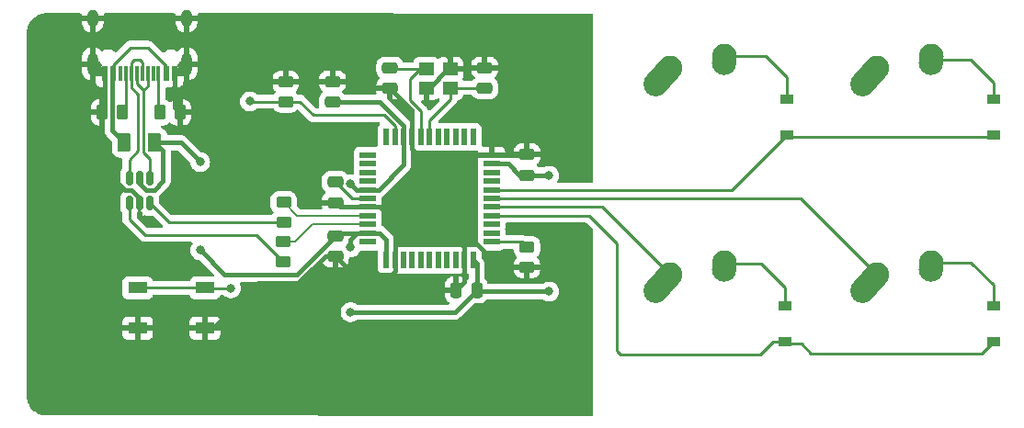
<source format=gbr>
%TF.GenerationSoftware,KiCad,Pcbnew,(6.0.0)*%
%TF.CreationDate,2023-04-29T05:22:17-07:00*%
%TF.ProjectId,coolpcbproject,636f6f6c-7063-4627-9072-6f6a6563742e,rev?*%
%TF.SameCoordinates,Original*%
%TF.FileFunction,Copper,L2,Bot*%
%TF.FilePolarity,Positive*%
%FSLAX46Y46*%
G04 Gerber Fmt 4.6, Leading zero omitted, Abs format (unit mm)*
G04 Created by KiCad (PCBNEW (6.0.0)) date 2023-04-29 05:22:17*
%MOMM*%
%LPD*%
G01*
G04 APERTURE LIST*
G04 Aperture macros list*
%AMRoundRect*
0 Rectangle with rounded corners*
0 $1 Rounding radius*
0 $2 $3 $4 $5 $6 $7 $8 $9 X,Y pos of 4 corners*
0 Add a 4 corners polygon primitive as box body*
4,1,4,$2,$3,$4,$5,$6,$7,$8,$9,$2,$3,0*
0 Add four circle primitives for the rounded corners*
1,1,$1+$1,$2,$3*
1,1,$1+$1,$4,$5*
1,1,$1+$1,$6,$7*
1,1,$1+$1,$8,$9*
0 Add four rect primitives between the rounded corners*
20,1,$1+$1,$2,$3,$4,$5,0*
20,1,$1+$1,$4,$5,$6,$7,0*
20,1,$1+$1,$6,$7,$8,$9,0*
20,1,$1+$1,$8,$9,$2,$3,0*%
%AMHorizOval*
0 Thick line with rounded ends*
0 $1 width*
0 $2 $3 position (X,Y) of the first rounded end (center of the circle)*
0 $4 $5 position (X,Y) of the second rounded end (center of the circle)*
0 Add line between two ends*
20,1,$1,$2,$3,$4,$5,0*
0 Add two circle primitives to create the rounded ends*
1,1,$1,$2,$3*
1,1,$1,$4,$5*%
G04 Aperture macros list end*
%TA.AperFunction,ComponentPad*%
%ADD10HorizOval,2.250000X0.655008X0.729993X-0.655008X-0.729993X0*%
%TD*%
%TA.AperFunction,ComponentPad*%
%ADD11C,2.250000*%
%TD*%
%TA.AperFunction,ComponentPad*%
%ADD12HorizOval,2.250000X0.020000X0.290000X-0.020000X-0.290000X0*%
%TD*%
%TA.AperFunction,ComponentPad*%
%ADD13HorizOval,2.250000X0.655001X0.730000X-0.655001X-0.730000X0*%
%TD*%
%TA.AperFunction,SMDPad,CuDef*%
%ADD14R,1.200000X0.900000*%
%TD*%
%TA.AperFunction,SMDPad,CuDef*%
%ADD15R,0.600000X1.450000*%
%TD*%
%TA.AperFunction,SMDPad,CuDef*%
%ADD16R,0.300000X1.450000*%
%TD*%
%TA.AperFunction,ComponentPad*%
%ADD17O,1.000000X1.600000*%
%TD*%
%TA.AperFunction,ComponentPad*%
%ADD18O,1.000000X2.100000*%
%TD*%
%TA.AperFunction,SMDPad,CuDef*%
%ADD19RoundRect,0.250000X0.375000X0.625000X-0.375000X0.625000X-0.375000X-0.625000X0.375000X-0.625000X0*%
%TD*%
%TA.AperFunction,SMDPad,CuDef*%
%ADD20RoundRect,0.250000X-0.475000X0.250000X-0.475000X-0.250000X0.475000X-0.250000X0.475000X0.250000X0*%
%TD*%
%TA.AperFunction,SMDPad,CuDef*%
%ADD21RoundRect,0.250000X0.475000X-0.250000X0.475000X0.250000X-0.475000X0.250000X-0.475000X-0.250000X0*%
%TD*%
%TA.AperFunction,SMDPad,CuDef*%
%ADD22R,1.400000X1.200000*%
%TD*%
%TA.AperFunction,SMDPad,CuDef*%
%ADD23RoundRect,0.250000X-0.450000X0.262500X-0.450000X-0.262500X0.450000X-0.262500X0.450000X0.262500X0*%
%TD*%
%TA.AperFunction,SMDPad,CuDef*%
%ADD24R,1.500000X0.550000*%
%TD*%
%TA.AperFunction,SMDPad,CuDef*%
%ADD25R,0.550000X1.500000*%
%TD*%
%TA.AperFunction,SMDPad,CuDef*%
%ADD26RoundRect,0.250000X-0.250000X-0.475000X0.250000X-0.475000X0.250000X0.475000X-0.250000X0.475000X0*%
%TD*%
%TA.AperFunction,SMDPad,CuDef*%
%ADD27R,1.800000X1.100000*%
%TD*%
%TA.AperFunction,SMDPad,CuDef*%
%ADD28RoundRect,0.250000X0.450000X-0.262500X0.450000X0.262500X-0.450000X0.262500X-0.450000X-0.262500X0*%
%TD*%
%TA.AperFunction,SMDPad,CuDef*%
%ADD29RoundRect,0.250000X-0.262500X-0.450000X0.262500X-0.450000X0.262500X0.450000X-0.262500X0.450000X0*%
%TD*%
%TA.AperFunction,SMDPad,CuDef*%
%ADD30RoundRect,0.250000X0.262500X0.450000X-0.262500X0.450000X-0.262500X-0.450000X0.262500X-0.450000X0*%
%TD*%
%TA.AperFunction,SMDPad,CuDef*%
%ADD31RoundRect,0.150000X0.150000X-0.512500X0.150000X0.512500X-0.150000X0.512500X-0.150000X-0.512500X0*%
%TD*%
%TA.AperFunction,ViaPad*%
%ADD32C,0.800000*%
%TD*%
%TA.AperFunction,Conductor*%
%ADD33C,0.381000*%
%TD*%
%TA.AperFunction,Conductor*%
%ADD34C,0.384000*%
%TD*%
%TA.AperFunction,Conductor*%
%ADD35C,0.254000*%
%TD*%
%TA.AperFunction,Conductor*%
%ADD36C,0.200000*%
%TD*%
G04 APERTURE END LIST*
D10*
%TO.P,MX4,1,COL*%
%TO.N,col1*%
X205174809Y-104729808D03*
D11*
X205829801Y-103999801D03*
%TO.P,MX4,2,ROW*%
%TO.N,Net-(D4-Pad2)*%
X210869801Y-102919801D03*
D12*
X210849801Y-103209801D03*
%TD*%
D11*
%TO.P,MX2,1,COL*%
%TO.N,col1*%
X205829801Y-84949801D03*
D10*
X205174809Y-85679808D03*
D11*
%TO.P,MX2,2,ROW*%
%TO.N,Net-(D2-Pad2)*%
X210869801Y-83869801D03*
D12*
X210849801Y-84159801D03*
%TD*%
D11*
%TO.P,MX1,1,COL*%
%TO.N,col0*%
X186779801Y-84949801D03*
D13*
X186124802Y-85679801D03*
D12*
%TO.P,MX1,2,ROW*%
%TO.N,Net-(D1-Pad2)*%
X191799801Y-84159801D03*
D11*
X191819801Y-83869801D03*
%TD*%
D13*
%TO.P,MX3,1,COL*%
%TO.N,col0*%
X186124802Y-104729801D03*
D11*
X186779801Y-103999801D03*
%TO.P,MX3,2,ROW*%
%TO.N,Net-(D3-Pad2)*%
X191819801Y-102919801D03*
D12*
X191799801Y-103209801D03*
%TD*%
D14*
%TO.P,D1,1,K*%
%TO.N,row0*%
X197534801Y-91107801D03*
%TO.P,D1,2,A*%
%TO.N,Net-(D1-Pad2)*%
X197534801Y-87807801D03*
%TD*%
D15*
%TO.P,USB1,1,GND*%
%TO.N,GND*%
X134697000Y-85486000D03*
%TO.P,USB1,2,VBUS*%
%TO.N,Vcc*%
X135472000Y-85486000D03*
D16*
%TO.P,USB1,3,SBU2*%
%TO.N,unconnected-(USB1-Pad3)*%
X136172000Y-85486000D03*
%TO.P,USB1,4,CC1*%
%TO.N,Net-(R5-Pad2)*%
X136672000Y-85486000D03*
%TO.P,USB1,5,DN2*%
%TO.N,D- IN*%
X137172000Y-85486000D03*
%TO.P,USB1,6,DP1*%
%TO.N,D+ IN*%
X137672000Y-85486000D03*
%TO.P,USB1,7,DN1*%
%TO.N,D- IN*%
X138172000Y-85486000D03*
%TO.P,USB1,8,DP2*%
%TO.N,D+ IN*%
X138672000Y-85486000D03*
%TO.P,USB1,9,SBU1*%
%TO.N,unconnected-(USB1-Pad9)*%
X139172000Y-85486000D03*
%TO.P,USB1,10,CC2*%
%TO.N,Net-(R6-Pad2)*%
X139672000Y-85486000D03*
D15*
%TO.P,USB1,11,VBUS*%
%TO.N,Vcc*%
X140372000Y-85486000D03*
%TO.P,USB1,12,GND*%
%TO.N,GND*%
X141147000Y-85486000D03*
D17*
%TO.P,USB1,13,SHIELD*%
X142242000Y-80391000D03*
D18*
X142242000Y-84571000D03*
X133602000Y-84571000D03*
D17*
X133602000Y-80391000D03*
%TD*%
D14*
%TO.P,D2,1,K*%
%TO.N,row0*%
X216584801Y-91107801D03*
%TO.P,D2,2,A*%
%TO.N,Net-(D2-Pad2)*%
X216584801Y-87807801D03*
%TD*%
%TO.P,D4,1,K*%
%TO.N,row1*%
X216584801Y-110157801D03*
%TO.P,D4,2,A*%
%TO.N,Net-(D4-Pad2)*%
X216584801Y-106857801D03*
%TD*%
D19*
%TO.P,F1,1*%
%TO.N,+5V*%
X139322000Y-91821000D03*
%TO.P,F1,2*%
%TO.N,Vcc*%
X136522000Y-91821000D03*
%TD*%
D20*
%TO.P,C1,1*%
%TO.N,GND*%
X169703750Y-84902000D03*
%TO.P,C1,2*%
%TO.N,Net-(C1-Pad2)*%
X169703750Y-86802000D03*
%TD*%
D21*
%TO.P,C7,1*%
%TO.N,GND*%
X155956000Y-102296000D03*
%TO.P,C7,2*%
%TO.N,+5V*%
X155956000Y-100396000D03*
%TD*%
D20*
%TO.P,C3,1*%
%TO.N,Net-(C3-Pad1)*%
X155956000Y-95443000D03*
%TO.P,C3,2*%
%TO.N,GND*%
X155956000Y-97343000D03*
%TD*%
%TO.P,C5,1*%
%TO.N,GND*%
X173609000Y-92903000D03*
%TO.P,C5,2*%
%TO.N,+5V*%
X173609000Y-94803000D03*
%TD*%
%TO.P,C4,1*%
%TO.N,GND*%
X155702000Y-86172000D03*
%TO.P,C4,2*%
%TO.N,+5V*%
X155702000Y-88072000D03*
%TD*%
D22*
%TO.P,Y1,1,1*%
%TO.N,Net-(C2-Pad2)*%
X164328750Y-85058250D03*
%TO.P,Y1,2,2*%
%TO.N,GND*%
X166528750Y-85058250D03*
%TO.P,Y1,3,3*%
%TO.N,Net-(C1-Pad2)*%
X166528750Y-86758250D03*
%TO.P,Y1,4,4*%
%TO.N,GND*%
X164328750Y-86758250D03*
%TD*%
D23*
%TO.P,R3,1*%
%TO.N,D-*%
X151130000Y-100941500D03*
%TO.P,R3,2*%
%TO.N,D- OUT*%
X151130000Y-102766500D03*
%TD*%
D24*
%TO.P,U1,1,PE6*%
%TO.N,unconnected-(U1-Pad1)*%
X158941801Y-100964500D03*
%TO.P,U1,2,UVCC*%
%TO.N,+5V*%
X158941801Y-100164500D03*
%TO.P,U1,3,D-*%
%TO.N,D-*%
X158941801Y-99364500D03*
%TO.P,U1,4,D+*%
%TO.N,D+*%
X158941801Y-98564500D03*
%TO.P,U1,5,UGND*%
%TO.N,GND*%
X158941801Y-97764500D03*
%TO.P,U1,6,UCAP*%
%TO.N,Net-(C3-Pad1)*%
X158941801Y-96964500D03*
%TO.P,U1,7,VBUS*%
%TO.N,+5V*%
X158941801Y-96164500D03*
%TO.P,U1,8,PB0*%
%TO.N,unconnected-(U1-Pad8)*%
X158941801Y-95364500D03*
%TO.P,U1,9,PB1*%
%TO.N,unconnected-(U1-Pad9)*%
X158941801Y-94564500D03*
%TO.P,U1,10,PB2*%
%TO.N,unconnected-(U1-Pad10)*%
X158941801Y-93764500D03*
%TO.P,U1,11,PB3*%
%TO.N,unconnected-(U1-Pad11)*%
X158941801Y-92964500D03*
D25*
%TO.P,U1,12,PB7*%
%TO.N,unconnected-(U1-Pad12)*%
X160641801Y-91264500D03*
%TO.P,U1,13,~{RESET}*%
%TO.N,Net-(R1-Pad1)*%
X161441801Y-91264500D03*
%TO.P,U1,14,VCC*%
%TO.N,+5V*%
X162241801Y-91264500D03*
%TO.P,U1,15,GND*%
%TO.N,GND*%
X163041801Y-91264500D03*
%TO.P,U1,16,XTAL2*%
%TO.N,Net-(C2-Pad2)*%
X163841801Y-91264500D03*
%TO.P,U1,17,XTAL1*%
%TO.N,Net-(C1-Pad2)*%
X164641801Y-91264500D03*
%TO.P,U1,18,PD0*%
%TO.N,unconnected-(U1-Pad18)*%
X165441801Y-91264500D03*
%TO.P,U1,19,PD1*%
%TO.N,unconnected-(U1-Pad19)*%
X166241801Y-91264500D03*
%TO.P,U1,20,PD2*%
%TO.N,unconnected-(U1-Pad20)*%
X167041801Y-91264500D03*
%TO.P,U1,21,PD3*%
%TO.N,unconnected-(U1-Pad21)*%
X167841801Y-91264500D03*
%TO.P,U1,22,PD5*%
%TO.N,unconnected-(U1-Pad22)*%
X168641801Y-91264500D03*
D24*
%TO.P,U1,23,GND*%
%TO.N,GND*%
X170341801Y-92964500D03*
%TO.P,U1,24,AVCC*%
%TO.N,+5V*%
X170341801Y-93764500D03*
%TO.P,U1,25,PD4*%
%TO.N,unconnected-(U1-Pad25)*%
X170341801Y-94564500D03*
%TO.P,U1,26,PD6*%
%TO.N,unconnected-(U1-Pad26)*%
X170341801Y-95364500D03*
%TO.P,U1,27,PD7*%
%TO.N,row0*%
X170341801Y-96164500D03*
%TO.P,U1,28,PB4*%
%TO.N,col1*%
X170341801Y-96964500D03*
%TO.P,U1,29,PB5*%
%TO.N,col0*%
X170341801Y-97764500D03*
%TO.P,U1,30,PB6*%
%TO.N,row1*%
X170341801Y-98564500D03*
%TO.P,U1,31,PC6*%
%TO.N,unconnected-(U1-Pad31)*%
X170341801Y-99364500D03*
%TO.P,U1,32,PC7*%
%TO.N,unconnected-(U1-Pad32)*%
X170341801Y-100164500D03*
%TO.P,U1,33,~{HWB}/PE2*%
%TO.N,Net-(R4-Pad1)*%
X170341801Y-100964500D03*
D25*
%TO.P,U1,34,VCC*%
%TO.N,+5V*%
X168641801Y-102664500D03*
%TO.P,U1,35,GND*%
%TO.N,GND*%
X167841801Y-102664500D03*
%TO.P,U1,36,PF7*%
%TO.N,unconnected-(U1-Pad36)*%
X167041801Y-102664500D03*
%TO.P,U1,37,PF6*%
%TO.N,unconnected-(U1-Pad37)*%
X166241801Y-102664500D03*
%TO.P,U1,38,PF5*%
%TO.N,unconnected-(U1-Pad38)*%
X165441801Y-102664500D03*
%TO.P,U1,39,PF4*%
%TO.N,unconnected-(U1-Pad39)*%
X164641801Y-102664500D03*
%TO.P,U1,40,PF1*%
%TO.N,unconnected-(U1-Pad40)*%
X163841801Y-102664500D03*
%TO.P,U1,41,PF0*%
%TO.N,unconnected-(U1-Pad41)*%
X163041801Y-102664500D03*
%TO.P,U1,42,AREF*%
%TO.N,unconnected-(U1-Pad42)*%
X162241801Y-102664500D03*
%TO.P,U1,43,GND*%
%TO.N,GND*%
X161441801Y-102664500D03*
%TO.P,U1,44,AVCC*%
%TO.N,+5V*%
X160641801Y-102664500D03*
%TD*%
D14*
%TO.P,D3,1,K*%
%TO.N,row1*%
X197407801Y-110157801D03*
%TO.P,D3,2,A*%
%TO.N,Net-(D3-Pad2)*%
X197407801Y-106857801D03*
%TD*%
D26*
%TO.P,C6,1*%
%TO.N,GND*%
X167071000Y-105410000D03*
%TO.P,C6,2*%
%TO.N,+5V*%
X168971000Y-105410000D03*
%TD*%
D27*
%TO.P,SW1,1,1*%
%TO.N,GND*%
X137743000Y-108911000D03*
X143943000Y-108911000D03*
%TO.P,SW1,2,2*%
%TO.N,Net-(R1-Pad1)*%
X143943000Y-105211000D03*
X137743000Y-105211000D03*
%TD*%
D23*
%TO.P,R4,1*%
%TO.N,Net-(R4-Pad1)*%
X173609000Y-101449500D03*
%TO.P,R4,2*%
%TO.N,GND*%
X173609000Y-103274500D03*
%TD*%
D28*
%TO.P,R1,1*%
%TO.N,Net-(R1-Pad1)*%
X151384000Y-88034500D03*
%TO.P,R1,2*%
%TO.N,GND*%
X151384000Y-86209500D03*
%TD*%
D23*
%TO.P,R2,1*%
%TO.N,D+*%
X151193500Y-97322000D03*
%TO.P,R2,2*%
%TO.N,D+ OUT*%
X151193500Y-99147000D03*
%TD*%
D29*
%TO.P,R5,1*%
%TO.N,GND*%
X134469500Y-89027000D03*
%TO.P,R5,2*%
%TO.N,Net-(R5-Pad2)*%
X136294500Y-89027000D03*
%TD*%
D30*
%TO.P,R6,1*%
%TO.N,GND*%
X141628500Y-89027000D03*
%TO.P,R6,2*%
%TO.N,Net-(R6-Pad2)*%
X139803500Y-89027000D03*
%TD*%
D21*
%TO.P,C2,1*%
%TO.N,GND*%
X160972500Y-86802000D03*
%TO.P,C2,2*%
%TO.N,Net-(C2-Pad2)*%
X160972500Y-84902000D03*
%TD*%
D31*
%TO.P,U2,1,I/O1*%
%TO.N,D+ OUT*%
X138872000Y-97403500D03*
%TO.P,U2,2,GND*%
%TO.N,GND*%
X137922000Y-97403500D03*
%TO.P,U2,3,I/O2*%
%TO.N,D- OUT*%
X136972000Y-97403500D03*
%TO.P,U2,4,I/O2*%
%TO.N,D- IN*%
X136972000Y-95128500D03*
%TO.P,U2,5,VBUS*%
%TO.N,+5V*%
X137922000Y-95128500D03*
%TO.P,U2,6,I/O1*%
%TO.N,D+ IN*%
X138872000Y-95128500D03*
%TD*%
D32*
%TO.N,+5V*%
X157353000Y-107442000D03*
X157353000Y-101473000D03*
X175641000Y-105537000D03*
X143510000Y-101727000D03*
X143510000Y-93599000D03*
X157353000Y-95631000D03*
X175641000Y-94869000D03*
%TO.N,Net-(R1-Pad1)*%
X146335750Y-105251250D03*
X148082000Y-88011000D03*
%TD*%
D33*
%TO.N,GND*%
X161441801Y-99133500D02*
X166443500Y-99133500D01*
X141147000Y-88545500D02*
X141628500Y-89027000D01*
X165608500Y-92964500D02*
X166496500Y-92964500D01*
X144708000Y-108911000D02*
X143943000Y-108911000D01*
X163610301Y-92964000D02*
X163041801Y-92395500D01*
X133602000Y-84571000D02*
X133782000Y-84571000D01*
X155956000Y-102296000D02*
X157641250Y-103981250D01*
X155020625Y-102296000D02*
X152541625Y-104775000D01*
X173609000Y-103274500D02*
X171056823Y-103274500D01*
X168314124Y-100531801D02*
X167841801Y-100531801D01*
X133602000Y-80645000D02*
X133604000Y-80645000D01*
X137922000Y-97403500D02*
X137922000Y-96927297D01*
X158623000Y-84455000D02*
X158623000Y-86106000D01*
X169703750Y-84902000D02*
X166685000Y-84902000D01*
X143943000Y-108911000D02*
X137743000Y-108911000D01*
X159319000Y-86802000D02*
X160972500Y-86802000D01*
X155956000Y-97343000D02*
X156377500Y-97764500D01*
X161130073Y-103981250D02*
X161441801Y-103669522D01*
X163041801Y-92395500D02*
X163041801Y-91264500D01*
X161441801Y-103669522D02*
X161441801Y-102664500D01*
X155956000Y-102296000D02*
X155020625Y-102296000D01*
X160072801Y-97764500D02*
X161441801Y-99133500D01*
X160972500Y-86802000D02*
X163041801Y-88871301D01*
D34*
X142062000Y-84571000D02*
X141147000Y-85486000D01*
D33*
X166443500Y-93017500D02*
X166496500Y-92964500D01*
X158623000Y-86106000D02*
X159319000Y-86802000D01*
X136598317Y-96181020D02*
X134469500Y-94052203D01*
X173547500Y-92964500D02*
X173609000Y-92903000D01*
X170341801Y-92964500D02*
X173547500Y-92964500D01*
X152541625Y-104775000D02*
X148844000Y-104775000D01*
X167841801Y-100531801D02*
X167841801Y-102664500D01*
X165354000Y-82931000D02*
X160147000Y-82931000D01*
X166496500Y-92964500D02*
X170341801Y-92964500D01*
X165608000Y-92964000D02*
X163610301Y-92964000D01*
X137175723Y-96181020D02*
X136598317Y-96181020D01*
X158941801Y-97764500D02*
X160072801Y-97764500D01*
X158557000Y-86172000D02*
X158623000Y-86106000D01*
X142242000Y-84571000D02*
X142062000Y-84571000D01*
X164574750Y-86758250D02*
X164328750Y-86758250D01*
X166443500Y-99133500D02*
X166443500Y-93017500D01*
X151421500Y-86172000D02*
X151384000Y-86209500D01*
X151384000Y-86209500D02*
X151995500Y-86209500D01*
D34*
X141147000Y-85486000D02*
X141147000Y-88545500D01*
D33*
X133602000Y-80391000D02*
X142242000Y-80391000D01*
X166528750Y-85058250D02*
X166528750Y-84105750D01*
X166274750Y-85058250D02*
X164574750Y-86758250D01*
X163041801Y-88871301D02*
X163041801Y-91264500D01*
X148844000Y-104775000D02*
X144708000Y-108911000D01*
X171056823Y-103274500D02*
X168314124Y-100531801D01*
X137922000Y-96927297D02*
X137175723Y-96181020D01*
X133604000Y-80645000D02*
X133731000Y-80772000D01*
X166443500Y-99133500D02*
X167841801Y-100531801D01*
X166528750Y-85058250D02*
X166274750Y-85058250D01*
X167841801Y-104639199D02*
X167071000Y-105410000D01*
X133782000Y-84571000D02*
X134697000Y-85486000D01*
X160147000Y-82931000D02*
X158623000Y-84455000D01*
X134469500Y-94052203D02*
X134469500Y-89027000D01*
X155664500Y-86209500D02*
X155702000Y-86172000D01*
X155702000Y-86172000D02*
X158557000Y-86172000D01*
X165608000Y-92964000D02*
X165608500Y-92964500D01*
X157641250Y-103981250D02*
X161130073Y-103981250D01*
X142242000Y-80391000D02*
X142242000Y-84571000D01*
X133602000Y-80391000D02*
X133602000Y-84571000D01*
X156377500Y-97764500D02*
X158941801Y-97764500D01*
X155702000Y-86172000D02*
X151421500Y-86172000D01*
X161441801Y-99133500D02*
X161441801Y-102664500D01*
X134697000Y-88799500D02*
X134469500Y-89027000D01*
X167841801Y-102664500D02*
X167841801Y-104639199D01*
X166528750Y-84105750D02*
X165354000Y-82931000D01*
X166685000Y-84902000D02*
X166528750Y-85058250D01*
X134697000Y-85486000D02*
X134697000Y-88799500D01*
D35*
%TO.N,Net-(C1-Pad2)*%
X164592000Y-89789000D02*
X164641801Y-89838801D01*
X164641801Y-89838801D02*
X164641801Y-91264500D01*
X166528750Y-86758250D02*
X166528750Y-87852250D01*
X166528750Y-87852250D02*
X164592000Y-89789000D01*
X169703750Y-86802000D02*
X169660000Y-86758250D01*
X169660000Y-86758250D02*
X166528750Y-86758250D01*
%TO.N,Net-(C2-Pad2)*%
X160972500Y-84902000D02*
X161128750Y-85058250D01*
X162814000Y-85979000D02*
X162814000Y-87912324D01*
X163841801Y-88940125D02*
X163841801Y-91264500D01*
X161128750Y-85058250D02*
X164328750Y-85058250D01*
X163734750Y-85058250D02*
X162814000Y-85979000D01*
X162814000Y-87912324D02*
X163841801Y-88940125D01*
%TO.N,Net-(C3-Pad1)*%
X155956000Y-95443000D02*
X157477500Y-96964500D01*
X157477500Y-96964500D02*
X158941801Y-96964500D01*
D33*
%TO.N,+5V*%
X139276980Y-96181020D02*
X140081000Y-95377000D01*
X175575000Y-94803000D02*
X175641000Y-94869000D01*
X157822500Y-100164500D02*
X158941801Y-100164500D01*
X169098000Y-105537000D02*
X168971000Y-105410000D01*
X156187500Y-100164500D02*
X157822500Y-100164500D01*
X162241801Y-93869522D02*
X162241801Y-91264500D01*
X155956000Y-100409375D02*
X155956000Y-100396000D01*
X140081000Y-92580000D02*
X139322000Y-91821000D01*
X173609000Y-94803000D02*
X172908000Y-94803000D01*
X168971000Y-102993699D02*
X168641801Y-102664500D01*
X160072801Y-100164500D02*
X160641801Y-100733500D01*
X168971000Y-105410000D02*
X166939000Y-107442000D01*
X157353000Y-101473000D02*
X157353000Y-100748279D01*
X162241801Y-90280458D02*
X162241801Y-91264500D01*
X158941801Y-100164500D02*
X160072801Y-100164500D01*
X137922000Y-95604703D02*
X138498317Y-96181020D01*
X157353000Y-100748279D02*
X157822500Y-100278779D01*
X171869500Y-93764500D02*
X170341801Y-93764500D01*
X160641801Y-100733500D02*
X160641801Y-102664500D01*
X158941801Y-96164500D02*
X159946823Y-96164500D01*
X157886500Y-96164500D02*
X157353000Y-95631000D01*
X159946823Y-96164500D02*
X162241801Y-93869522D01*
X140081000Y-95377000D02*
X140081000Y-92580000D01*
X145764250Y-103981250D02*
X152384125Y-103981250D01*
X166939000Y-107442000D02*
X157353000Y-107442000D01*
X152384125Y-103981250D02*
X155956000Y-100409375D01*
X157822500Y-100278779D02*
X157822500Y-100164500D01*
X143510000Y-101727000D02*
X145764250Y-103981250D01*
X172908000Y-94803000D02*
X171869500Y-93764500D01*
X138498317Y-96181020D02*
X139276980Y-96181020D01*
X158941801Y-96164500D02*
X157886500Y-96164500D01*
X143510000Y-93599000D02*
X141732000Y-91821000D01*
X155702000Y-88072000D02*
X160033344Y-88072000D01*
X168971000Y-105410000D02*
X168971000Y-102993699D01*
X155956000Y-100396000D02*
X156187500Y-100164500D01*
X141732000Y-91821000D02*
X139322000Y-91821000D01*
X173609000Y-94803000D02*
X175575000Y-94803000D01*
X137922000Y-95128500D02*
X137922000Y-95604703D01*
X175641000Y-105537000D02*
X169098000Y-105537000D01*
X160033344Y-88072000D02*
X162241801Y-90280458D01*
D35*
%TO.N,row0*%
X197534801Y-91107801D02*
X197747222Y-91320222D01*
X197534801Y-91107801D02*
X192478102Y-96164500D01*
X216372380Y-91320222D02*
X216584801Y-91107801D01*
X192478102Y-96164500D02*
X170341801Y-96164500D01*
X197747222Y-91320222D02*
X216372380Y-91320222D01*
%TO.N,Net-(D1-Pad2)*%
X195629801Y-83869801D02*
X191819801Y-83869801D01*
X197534801Y-87807801D02*
X197534801Y-85774801D01*
X197534801Y-85774801D02*
X195629801Y-83869801D01*
%TO.N,Net-(D2-Pad2)*%
X216584801Y-87807801D02*
X216584801Y-86282801D01*
X214503000Y-84201000D02*
X211078602Y-84201000D01*
X211078602Y-84201000D02*
X210829801Y-84449801D01*
X216584801Y-86282801D02*
X214503000Y-84201000D01*
%TO.N,row1*%
X181864000Y-110998000D02*
X182245000Y-111379000D01*
X196293199Y-110157801D02*
X197407801Y-110157801D01*
X181864000Y-101092000D02*
X179336500Y-98564500D01*
X179336500Y-98564500D02*
X170341801Y-98564500D01*
X182245000Y-111379000D02*
X195072000Y-111379000D01*
X198889222Y-110370222D02*
X199771000Y-111252000D01*
X197620222Y-110370222D02*
X198889222Y-110370222D01*
X197407801Y-110157801D02*
X197620222Y-110370222D01*
X181864000Y-101092000D02*
X181864000Y-110998000D01*
X199771000Y-111252000D02*
X215490602Y-111252000D01*
X215490602Y-111252000D02*
X216584801Y-110157801D01*
X195072000Y-111379000D02*
X196293199Y-110157801D01*
%TO.N,Net-(D3-Pad2)*%
X195199000Y-102997000D02*
X192282602Y-102997000D01*
X192282602Y-102997000D02*
X191779801Y-103499801D01*
X197407801Y-106857801D02*
X197407801Y-105205801D01*
X197407801Y-105205801D02*
X195199000Y-102997000D01*
%TO.N,Net-(D4-Pad2)*%
X216584801Y-104951801D02*
X214503000Y-102870000D01*
X216584801Y-106857801D02*
X216584801Y-104951801D01*
X214503000Y-102870000D02*
X214453199Y-102919801D01*
X214453199Y-102919801D02*
X210869801Y-102919801D01*
%TO.N,col0*%
X170341801Y-97764500D02*
X180544500Y-97764500D01*
X180544500Y-97764500D02*
X186779801Y-103999801D01*
%TO.N,Net-(R1-Pad1)*%
X151384000Y-88034500D02*
X148105500Y-88034500D01*
X148105500Y-88034500D02*
X148082000Y-88011000D01*
X151384000Y-88034500D02*
X152677500Y-88034500D01*
X160462301Y-89281000D02*
X161441801Y-90260500D01*
X143943000Y-105211000D02*
X143983250Y-105251250D01*
X143983250Y-105251250D02*
X146335750Y-105251250D01*
X152677500Y-88034500D02*
X153924000Y-89281000D01*
X153924000Y-89281000D02*
X160462301Y-89281000D01*
X161441801Y-90260500D02*
X161441801Y-91264500D01*
X143943000Y-105211000D02*
X137743000Y-105211000D01*
D36*
%TO.N,D-*%
X158941801Y-99364500D02*
X153841750Y-99364500D01*
X153841750Y-99364500D02*
X152264750Y-100941500D01*
X152264750Y-100941500D02*
X151130000Y-100941500D01*
D35*
%TO.N,Net-(R4-Pad1)*%
X173609000Y-101449500D02*
X173124000Y-100964500D01*
X173124000Y-100964500D02*
X170341801Y-100964500D01*
%TO.N,col1*%
X205829801Y-103999801D02*
X198794500Y-96964500D01*
X198794500Y-96964500D02*
X170341801Y-96964500D01*
%TO.N,D+ OUT*%
X151193500Y-99147000D02*
X140615500Y-99147000D01*
X140615500Y-99147000D02*
X138872000Y-97403500D01*
%TO.N,D- OUT*%
X148693500Y-100330000D02*
X138430000Y-100330000D01*
X151130000Y-102766500D02*
X148693500Y-100330000D01*
X138430000Y-100330000D02*
X136972000Y-98872000D01*
X136972000Y-98872000D02*
X136972000Y-97403500D01*
%TO.N,D- IN*%
X137172000Y-84457978D02*
X137428978Y-84201000D01*
X137428978Y-84201000D02*
X137922000Y-84201000D01*
X137172000Y-86753000D02*
X137795000Y-87376000D01*
X137795000Y-87376000D02*
X137795000Y-92583000D01*
X137795000Y-92583000D02*
X136972000Y-93406000D01*
X137172000Y-85486000D02*
X137172000Y-86753000D01*
X137922000Y-84201000D02*
X138172000Y-84451000D01*
X137172000Y-85486000D02*
X137172000Y-84457978D01*
X136972000Y-93406000D02*
X136972000Y-95128500D01*
X138172000Y-84451000D02*
X138172000Y-85486000D01*
%TO.N,D+ IN*%
X138303000Y-86995000D02*
X138303000Y-92710000D01*
X138672000Y-86626000D02*
X138672000Y-85486000D01*
X137672000Y-86364000D02*
X138303000Y-86995000D01*
X138303000Y-86995000D02*
X138672000Y-86626000D01*
X137672000Y-85486000D02*
X137672000Y-86364000D01*
X138872000Y-93279000D02*
X138872000Y-95128500D01*
X138303000Y-92710000D02*
X138872000Y-93279000D01*
D36*
%TO.N,D+*%
X151193500Y-97322000D02*
X152436000Y-98564500D01*
X152436000Y-98564500D02*
X158941801Y-98564500D01*
D35*
%TO.N,Net-(R5-Pad2)*%
X136672000Y-85486000D02*
X136672000Y-88649500D01*
X136672000Y-88649500D02*
X136294500Y-89027000D01*
%TO.N,Net-(R6-Pad2)*%
X139672000Y-85486000D02*
X139672000Y-88895500D01*
X139672000Y-88895500D02*
X139803500Y-89027000D01*
D33*
%TO.N,Vcc*%
X135391980Y-85566020D02*
X135391980Y-90690980D01*
X135391980Y-90690980D02*
X136522000Y-91821000D01*
D35*
X140372000Y-84746000D02*
X140372000Y-85486000D01*
X137096904Y-83058000D02*
X138684000Y-83058000D01*
X135472000Y-84682904D02*
X137096904Y-83058000D01*
X135472000Y-85486000D02*
X135472000Y-84682904D01*
X138684000Y-83058000D02*
X140372000Y-84746000D01*
D33*
X135472000Y-85486000D02*
X135391980Y-85566020D01*
%TD*%
%TA.AperFunction,Conductor*%
%TO.N,GND*%
G36*
X130148606Y-79883444D02*
G01*
X132469917Y-79884790D01*
X132538024Y-79904831D01*
X132584486Y-79958513D01*
X132595057Y-80024829D01*
X132594393Y-80030748D01*
X132594000Y-80037785D01*
X132594000Y-80118885D01*
X132598475Y-80134124D01*
X132599865Y-80135329D01*
X132607548Y-80137000D01*
X134591885Y-80137000D01*
X134607124Y-80132525D01*
X134608329Y-80131135D01*
X134610000Y-80123452D01*
X134610000Y-80044343D01*
X134609699Y-80038187D01*
X134608347Y-80024394D01*
X134621608Y-79954647D01*
X134670472Y-79903141D01*
X134733819Y-79886102D01*
X136848060Y-79887327D01*
X141109356Y-79889797D01*
X141177463Y-79909838D01*
X141223925Y-79963520D01*
X141234076Y-80027218D01*
X141234589Y-80027247D01*
X141234457Y-80029609D01*
X141234495Y-80029847D01*
X141234393Y-80030758D01*
X141234000Y-80037785D01*
X141234000Y-80118885D01*
X141238475Y-80134124D01*
X141239865Y-80135329D01*
X141247548Y-80137000D01*
X143231885Y-80137000D01*
X143247124Y-80132525D01*
X143248329Y-80131135D01*
X143250000Y-80123452D01*
X143250000Y-80044343D01*
X143249699Y-80038182D01*
X143248838Y-80029399D01*
X143262100Y-79959652D01*
X143310965Y-79908147D01*
X143374309Y-79891109D01*
X179579073Y-79912091D01*
X179647182Y-79932133D01*
X179693644Y-79985815D01*
X179705000Y-80038091D01*
X179705000Y-95403000D01*
X179684998Y-95471121D01*
X179631342Y-95517614D01*
X179579000Y-95529000D01*
X176527232Y-95529000D01*
X176459111Y-95508998D01*
X176412618Y-95455342D01*
X176402514Y-95385068D01*
X176418113Y-95340000D01*
X176472223Y-95246279D01*
X176472224Y-95246278D01*
X176475527Y-95240556D01*
X176534542Y-95058928D01*
X176554504Y-94869000D01*
X176553814Y-94862435D01*
X176535232Y-94685635D01*
X176535232Y-94685633D01*
X176534542Y-94679072D01*
X176475527Y-94497444D01*
X176467671Y-94483836D01*
X176383341Y-94337774D01*
X176380040Y-94332056D01*
X176336634Y-94283848D01*
X176256675Y-94195045D01*
X176256674Y-94195044D01*
X176252253Y-94190134D01*
X176115850Y-94091031D01*
X176103094Y-94081763D01*
X176103093Y-94081762D01*
X176097752Y-94077882D01*
X176091724Y-94075198D01*
X176091722Y-94075197D01*
X175929319Y-94002891D01*
X175929318Y-94002891D01*
X175923288Y-94000206D01*
X175810721Y-93976279D01*
X175742944Y-93961872D01*
X175742939Y-93961872D01*
X175736487Y-93960500D01*
X175545513Y-93960500D01*
X175539061Y-93961872D01*
X175539056Y-93961872D01*
X175471279Y-93976279D01*
X175358712Y-94000206D01*
X175352682Y-94002891D01*
X175352681Y-94002891D01*
X175190278Y-94075197D01*
X175190276Y-94075198D01*
X175184248Y-94077882D01*
X175178907Y-94081762D01*
X175173189Y-94085064D01*
X175172140Y-94083247D01*
X175114555Y-94103794D01*
X175107360Y-94104000D01*
X174759997Y-94104000D01*
X174691876Y-94083998D01*
X174670979Y-94067173D01*
X174582576Y-93978924D01*
X174557303Y-93953695D01*
X174552765Y-93950898D01*
X174512176Y-93893647D01*
X174508946Y-93822724D01*
X174544572Y-93761313D01*
X174553068Y-93753938D01*
X174563207Y-93745902D01*
X174677739Y-93631171D01*
X174686751Y-93619760D01*
X174771816Y-93481757D01*
X174777963Y-93468576D01*
X174829138Y-93314290D01*
X174832005Y-93300914D01*
X174841672Y-93206562D01*
X174842000Y-93200146D01*
X174842000Y-93175115D01*
X174837525Y-93159876D01*
X174836135Y-93158671D01*
X174828452Y-93157000D01*
X172394116Y-93157000D01*
X172351329Y-93169563D01*
X172337945Y-93178164D01*
X172266949Y-93178162D01*
X172238768Y-93165743D01*
X172234260Y-93162208D01*
X172227341Y-93159084D01*
X172224311Y-93157249D01*
X172211602Y-93150000D01*
X172208454Y-93148312D01*
X172202239Y-93143944D01*
X172143550Y-93121062D01*
X172137505Y-93118522D01*
X172080065Y-93092587D01*
X172072592Y-93091202D01*
X172069174Y-93090131D01*
X172055185Y-93086146D01*
X172051693Y-93085249D01*
X172044611Y-93082488D01*
X172037078Y-93081496D01*
X172037077Y-93081496D01*
X171982170Y-93074267D01*
X171975657Y-93073235D01*
X171921182Y-93063139D01*
X171921180Y-93063139D01*
X171913713Y-93061755D01*
X171906133Y-93062192D01*
X171906132Y-93062192D01*
X171852388Y-93065291D01*
X171845135Y-93065500D01*
X171415994Y-93065500D01*
X171354226Y-93047364D01*
X171353561Y-93048579D01*
X171348004Y-93045536D01*
X171347873Y-93045498D01*
X171347648Y-93045341D01*
X171345690Y-93044269D01*
X171338506Y-93038885D01*
X171202117Y-92987755D01*
X171139935Y-92981000D01*
X169543667Y-92981000D01*
X169481485Y-92987755D01*
X169345096Y-93038885D01*
X169228540Y-93126239D01*
X169223159Y-93133419D01*
X169223158Y-93133420D01*
X169197193Y-93168065D01*
X169140334Y-93210580D01*
X169110727Y-93215913D01*
X169086678Y-93222975D01*
X169085473Y-93224365D01*
X169083802Y-93232048D01*
X169083802Y-93284169D01*
X169084172Y-93290990D01*
X169090549Y-93349707D01*
X169087803Y-93350005D01*
X169087861Y-93378946D01*
X169090056Y-93379184D01*
X169083301Y-93441366D01*
X169083301Y-94087634D01*
X169083670Y-94091031D01*
X169090056Y-94149816D01*
X169087627Y-94150080D01*
X169087627Y-94178920D01*
X169090056Y-94179184D01*
X169083301Y-94241366D01*
X169083301Y-94887634D01*
X169083670Y-94891031D01*
X169090056Y-94949816D01*
X169087627Y-94950080D01*
X169087627Y-94978920D01*
X169090056Y-94979184D01*
X169083301Y-95041366D01*
X169083301Y-95687634D01*
X169083670Y-95691031D01*
X169090056Y-95749816D01*
X169087627Y-95750080D01*
X169087627Y-95778920D01*
X169090056Y-95779184D01*
X169083301Y-95841366D01*
X169083301Y-96487634D01*
X169083669Y-96491020D01*
X169083670Y-96491031D01*
X169090056Y-96549816D01*
X169087627Y-96550080D01*
X169087627Y-96578920D01*
X169090056Y-96579184D01*
X169083301Y-96641366D01*
X169083301Y-97287634D01*
X169083670Y-97291031D01*
X169090056Y-97349816D01*
X169087627Y-97350080D01*
X169087627Y-97378920D01*
X169090056Y-97379184D01*
X169083301Y-97441366D01*
X169083301Y-98087634D01*
X169083670Y-98091031D01*
X169090056Y-98149816D01*
X169087627Y-98150080D01*
X169087627Y-98178920D01*
X169090056Y-98179184D01*
X169083301Y-98241366D01*
X169083301Y-98887634D01*
X169083670Y-98891031D01*
X169090056Y-98949816D01*
X169087627Y-98950080D01*
X169087627Y-98978920D01*
X169090056Y-98979184D01*
X169083301Y-99041366D01*
X169083301Y-99687634D01*
X169083670Y-99691031D01*
X169090056Y-99749816D01*
X169087627Y-99750080D01*
X169087627Y-99778920D01*
X169090056Y-99779184D01*
X169083301Y-99841366D01*
X169083301Y-100487634D01*
X169083670Y-100491031D01*
X169090056Y-100549816D01*
X169087627Y-100550080D01*
X169087627Y-100578920D01*
X169090056Y-100579184D01*
X169083301Y-100641366D01*
X169083301Y-101280000D01*
X169063299Y-101348121D01*
X169009643Y-101394614D01*
X168957301Y-101406000D01*
X168318667Y-101406000D01*
X168315270Y-101406369D01*
X168278845Y-101410326D01*
X168256485Y-101412755D01*
X168256253Y-101410616D01*
X168227289Y-101410666D01*
X168227008Y-101413248D01*
X168168287Y-101406869D01*
X168161473Y-101406500D01*
X168113916Y-101406500D01*
X168098677Y-101410975D01*
X168097472Y-101412365D01*
X168092922Y-101433283D01*
X168091704Y-101433018D01*
X168075799Y-101487187D01*
X168045366Y-101519892D01*
X168024653Y-101535416D01*
X168003540Y-101551239D01*
X167998159Y-101558419D01*
X167942627Y-101632515D01*
X167885768Y-101675030D01*
X167814949Y-101680056D01*
X167752656Y-101645996D01*
X167740975Y-101632515D01*
X167685443Y-101558419D01*
X167680062Y-101551239D01*
X167658950Y-101535416D01*
X167638236Y-101519892D01*
X167595721Y-101463033D01*
X167590388Y-101433426D01*
X167583326Y-101409377D01*
X167581936Y-101408172D01*
X167574253Y-101406501D01*
X167522132Y-101406501D01*
X167515311Y-101406871D01*
X167456594Y-101413248D01*
X167456296Y-101410502D01*
X167427355Y-101410560D01*
X167427117Y-101412755D01*
X167368332Y-101406369D01*
X167364935Y-101406000D01*
X166718667Y-101406000D01*
X166715270Y-101406369D01*
X166678845Y-101410326D01*
X166656485Y-101412755D01*
X166656221Y-101410326D01*
X166627381Y-101410326D01*
X166627117Y-101412755D01*
X166568332Y-101406369D01*
X166564935Y-101406000D01*
X165918667Y-101406000D01*
X165915270Y-101406369D01*
X165878845Y-101410326D01*
X165856485Y-101412755D01*
X165856221Y-101410326D01*
X165827381Y-101410326D01*
X165827117Y-101412755D01*
X165768332Y-101406369D01*
X165764935Y-101406000D01*
X165118667Y-101406000D01*
X165115270Y-101406369D01*
X165078845Y-101410326D01*
X165056485Y-101412755D01*
X165056221Y-101410326D01*
X165027381Y-101410326D01*
X165027117Y-101412755D01*
X164968332Y-101406369D01*
X164964935Y-101406000D01*
X164318667Y-101406000D01*
X164315270Y-101406369D01*
X164278845Y-101410326D01*
X164256485Y-101412755D01*
X164256221Y-101410326D01*
X164227381Y-101410326D01*
X164227117Y-101412755D01*
X164168332Y-101406369D01*
X164164935Y-101406000D01*
X163518667Y-101406000D01*
X163515270Y-101406369D01*
X163478845Y-101410326D01*
X163456485Y-101412755D01*
X163456221Y-101410326D01*
X163427381Y-101410326D01*
X163427117Y-101412755D01*
X163368332Y-101406369D01*
X163364935Y-101406000D01*
X162718667Y-101406000D01*
X162715270Y-101406369D01*
X162678845Y-101410326D01*
X162656485Y-101412755D01*
X162656221Y-101410326D01*
X162627381Y-101410326D01*
X162627117Y-101412755D01*
X162568332Y-101406369D01*
X162564935Y-101406000D01*
X161918667Y-101406000D01*
X161915270Y-101406369D01*
X161878845Y-101410326D01*
X161856485Y-101412755D01*
X161856253Y-101410616D01*
X161827289Y-101410666D01*
X161827008Y-101413248D01*
X161768287Y-101406869D01*
X161761473Y-101406500D01*
X161713916Y-101406500D01*
X161698677Y-101410975D01*
X161697472Y-101412365D01*
X161692922Y-101433283D01*
X161691704Y-101433018D01*
X161675799Y-101487187D01*
X161645366Y-101519892D01*
X161624653Y-101535416D01*
X161603540Y-101551239D01*
X161567625Y-101599160D01*
X161510768Y-101641673D01*
X161439950Y-101646699D01*
X161377656Y-101612639D01*
X161343666Y-101550308D01*
X161340801Y-101523593D01*
X161340801Y-100762100D01*
X161341093Y-100753529D01*
X161343880Y-100712652D01*
X161344971Y-100696649D01*
X161334135Y-100634565D01*
X161333179Y-100628086D01*
X161325610Y-100565540D01*
X161322926Y-100558438D01*
X161322071Y-100554956D01*
X161318231Y-100540921D01*
X161317190Y-100537473D01*
X161315883Y-100529983D01*
X161312827Y-100523021D01*
X161290564Y-100472305D01*
X161288071Y-100466197D01*
X161268493Y-100414386D01*
X161268493Y-100414385D01*
X161265807Y-100407278D01*
X161261501Y-100401012D01*
X161259851Y-100397857D01*
X161252732Y-100385065D01*
X161250932Y-100382021D01*
X161247879Y-100375067D01*
X161241657Y-100366958D01*
X161209541Y-100325104D01*
X161205663Y-100319767D01*
X161174282Y-100274107D01*
X161174280Y-100274105D01*
X161169980Y-100267848D01*
X161124112Y-100226981D01*
X161118837Y-100222001D01*
X160587298Y-99690462D01*
X160581444Y-99684196D01*
X160564888Y-99665217D01*
X160543959Y-99641226D01*
X160492423Y-99605006D01*
X160487127Y-99601073D01*
X160443538Y-99566894D01*
X160443535Y-99566892D01*
X160437561Y-99562208D01*
X160430637Y-99559082D01*
X160427602Y-99557244D01*
X160414903Y-99550000D01*
X160411755Y-99548312D01*
X160405540Y-99543944D01*
X160346851Y-99521062D01*
X160340806Y-99518522D01*
X160283366Y-99492587D01*
X160283365Y-99492587D01*
X160283681Y-99491888D01*
X160229598Y-99455731D01*
X160201279Y-99390626D01*
X160200301Y-99374956D01*
X160200301Y-99041366D01*
X160193546Y-98979184D01*
X160195975Y-98978920D01*
X160195975Y-98950080D01*
X160193546Y-98949816D01*
X160199932Y-98891031D01*
X160200301Y-98887634D01*
X160200301Y-98241366D01*
X160193546Y-98179184D01*
X160195685Y-98178952D01*
X160195635Y-98149988D01*
X160193053Y-98149707D01*
X160199432Y-98090986D01*
X160199801Y-98084172D01*
X160199801Y-98036615D01*
X160195326Y-98021376D01*
X160193936Y-98020171D01*
X160173018Y-98015621D01*
X160173283Y-98014403D01*
X160119114Y-97998498D01*
X160086409Y-97968065D01*
X160060444Y-97933420D01*
X160060443Y-97933419D01*
X160055062Y-97926239D01*
X159973786Y-97865326D01*
X159931271Y-97808467D01*
X159926245Y-97737648D01*
X159960305Y-97675355D01*
X159973786Y-97663674D01*
X160032057Y-97620002D01*
X160055062Y-97602761D01*
X160066509Y-97587488D01*
X160086409Y-97560935D01*
X160143268Y-97518420D01*
X160172875Y-97513087D01*
X160196924Y-97506025D01*
X160198129Y-97504635D01*
X160199800Y-97496952D01*
X160199800Y-97444831D01*
X160199430Y-97438010D01*
X160193053Y-97379293D01*
X160195799Y-97378995D01*
X160195741Y-97350054D01*
X160193546Y-97349816D01*
X160199932Y-97291031D01*
X160200301Y-97287634D01*
X160200301Y-96901814D01*
X160220303Y-96833693D01*
X160267392Y-96790642D01*
X160273045Y-96788506D01*
X160279303Y-96784205D01*
X160282442Y-96782564D01*
X160295195Y-96775467D01*
X160298301Y-96773630D01*
X160305256Y-96770577D01*
X160311283Y-96765952D01*
X160311287Y-96765950D01*
X160355225Y-96732235D01*
X160360543Y-96728371D01*
X160412475Y-96692679D01*
X160453342Y-96646811D01*
X160458322Y-96641536D01*
X162715839Y-94384019D01*
X162722105Y-94378165D01*
X162759350Y-94345674D01*
X162765075Y-94340680D01*
X162801295Y-94289144D01*
X162805228Y-94283848D01*
X162839407Y-94240259D01*
X162839409Y-94240256D01*
X162844093Y-94234282D01*
X162847219Y-94227358D01*
X162849057Y-94224323D01*
X162856301Y-94211624D01*
X162857989Y-94208476D01*
X162862357Y-94202261D01*
X162885239Y-94143572D01*
X162887779Y-94137527D01*
X162913714Y-94080087D01*
X162915099Y-94072614D01*
X162916170Y-94069196D01*
X162920155Y-94055207D01*
X162921052Y-94051715D01*
X162923813Y-94044633D01*
X162932034Y-93982192D01*
X162933066Y-93975679D01*
X162943162Y-93921204D01*
X162943162Y-93921202D01*
X162944546Y-93913735D01*
X162941010Y-93852409D01*
X162940801Y-93845157D01*
X162940801Y-92405407D01*
X162960803Y-92337286D01*
X163014459Y-92290793D01*
X163084733Y-92280689D01*
X163149313Y-92310183D01*
X163167621Y-92329835D01*
X163203540Y-92377761D01*
X163210720Y-92383142D01*
X163210721Y-92383143D01*
X163245366Y-92409108D01*
X163287881Y-92465967D01*
X163293214Y-92495574D01*
X163300276Y-92519623D01*
X163301666Y-92520828D01*
X163309349Y-92522499D01*
X163361470Y-92522499D01*
X163368291Y-92522129D01*
X163427008Y-92515752D01*
X163427306Y-92518498D01*
X163456247Y-92518440D01*
X163456485Y-92516245D01*
X163487581Y-92519623D01*
X163518667Y-92523000D01*
X164164935Y-92523000D01*
X164196022Y-92519623D01*
X164227117Y-92516245D01*
X164227381Y-92518674D01*
X164256221Y-92518674D01*
X164256485Y-92516245D01*
X164287581Y-92519623D01*
X164318667Y-92523000D01*
X164964935Y-92523000D01*
X164996022Y-92519623D01*
X165027117Y-92516245D01*
X165027381Y-92518674D01*
X165056221Y-92518674D01*
X165056485Y-92516245D01*
X165087581Y-92519623D01*
X165118667Y-92523000D01*
X165764935Y-92523000D01*
X165796022Y-92519623D01*
X165827117Y-92516245D01*
X165827381Y-92518674D01*
X165856221Y-92518674D01*
X165856485Y-92516245D01*
X165887581Y-92519623D01*
X165918667Y-92523000D01*
X166564935Y-92523000D01*
X166596022Y-92519623D01*
X166627117Y-92516245D01*
X166627381Y-92518674D01*
X166656221Y-92518674D01*
X166656485Y-92516245D01*
X166687581Y-92519623D01*
X166718667Y-92523000D01*
X167364935Y-92523000D01*
X167396022Y-92519623D01*
X167427117Y-92516245D01*
X167427381Y-92518674D01*
X167456221Y-92518674D01*
X167456485Y-92516245D01*
X167487581Y-92519623D01*
X167518667Y-92523000D01*
X168164935Y-92523000D01*
X168196022Y-92519623D01*
X168227117Y-92516245D01*
X168227381Y-92518674D01*
X168256221Y-92518674D01*
X168256485Y-92516245D01*
X168287581Y-92519623D01*
X168318667Y-92523000D01*
X168957801Y-92523000D01*
X169025922Y-92543002D01*
X169072415Y-92596658D01*
X169083801Y-92649000D01*
X169083801Y-92692385D01*
X169088276Y-92707624D01*
X169089666Y-92708829D01*
X169097349Y-92710500D01*
X170069686Y-92710500D01*
X170084925Y-92706025D01*
X170086130Y-92704635D01*
X170087801Y-92696952D01*
X170087801Y-92692385D01*
X170595801Y-92692385D01*
X170600276Y-92707624D01*
X170601666Y-92708829D01*
X170609349Y-92710500D01*
X171581685Y-92710500D01*
X171596924Y-92706025D01*
X171598129Y-92704635D01*
X171599800Y-92696952D01*
X171599800Y-92644831D01*
X171599430Y-92638010D01*
X171598656Y-92630885D01*
X172376000Y-92630885D01*
X172380475Y-92646124D01*
X172381865Y-92647329D01*
X172389548Y-92649000D01*
X173336885Y-92649000D01*
X173352124Y-92644525D01*
X173353329Y-92643135D01*
X173355000Y-92635452D01*
X173355000Y-92630885D01*
X173863000Y-92630885D01*
X173867475Y-92646124D01*
X173868865Y-92647329D01*
X173876548Y-92649000D01*
X174823884Y-92649000D01*
X174839123Y-92644525D01*
X174840328Y-92643135D01*
X174841999Y-92635452D01*
X174841999Y-92605905D01*
X174841662Y-92599386D01*
X174831743Y-92503794D01*
X174828851Y-92490400D01*
X174777412Y-92336216D01*
X174771239Y-92323038D01*
X174685937Y-92185193D01*
X174676901Y-92173792D01*
X174562171Y-92059261D01*
X174550760Y-92050249D01*
X174412757Y-91965184D01*
X174399576Y-91959037D01*
X174245290Y-91907862D01*
X174231914Y-91904995D01*
X174137562Y-91895328D01*
X174131145Y-91895000D01*
X173881115Y-91895000D01*
X173865876Y-91899475D01*
X173864671Y-91900865D01*
X173863000Y-91908548D01*
X173863000Y-92630885D01*
X173355000Y-92630885D01*
X173355000Y-91913116D01*
X173350525Y-91897877D01*
X173349135Y-91896672D01*
X173341452Y-91895001D01*
X173086905Y-91895001D01*
X173080386Y-91895338D01*
X172984794Y-91905257D01*
X172971400Y-91908149D01*
X172817216Y-91959588D01*
X172804038Y-91965761D01*
X172666193Y-92051063D01*
X172654792Y-92060099D01*
X172540261Y-92174829D01*
X172531249Y-92186240D01*
X172446184Y-92324243D01*
X172440037Y-92337424D01*
X172388862Y-92491710D01*
X172385995Y-92505086D01*
X172376328Y-92599438D01*
X172376000Y-92605855D01*
X172376000Y-92630885D01*
X171598656Y-92630885D01*
X171593906Y-92587148D01*
X171590280Y-92571896D01*
X171545125Y-92451446D01*
X171536587Y-92435851D01*
X171460086Y-92333776D01*
X171447525Y-92321215D01*
X171345450Y-92244714D01*
X171329855Y-92236176D01*
X171209407Y-92191022D01*
X171194152Y-92187395D01*
X171143287Y-92181869D01*
X171136473Y-92181500D01*
X170613916Y-92181500D01*
X170598677Y-92185975D01*
X170597472Y-92187365D01*
X170595801Y-92195048D01*
X170595801Y-92692385D01*
X170087801Y-92692385D01*
X170087801Y-92199616D01*
X170083326Y-92184377D01*
X170081936Y-92183172D01*
X170074253Y-92181501D01*
X169551301Y-92181501D01*
X169483180Y-92161499D01*
X169436687Y-92107843D01*
X169425301Y-92055501D01*
X169425301Y-90466366D01*
X169418546Y-90404184D01*
X169367416Y-90267795D01*
X169280062Y-90151239D01*
X169163506Y-90063885D01*
X169027117Y-90012755D01*
X168964935Y-90006000D01*
X168318667Y-90006000D01*
X168256485Y-90012755D01*
X168256221Y-90010326D01*
X168227381Y-90010326D01*
X168227117Y-90012755D01*
X168168332Y-90006369D01*
X168164935Y-90006000D01*
X167518667Y-90006000D01*
X167456485Y-90012755D01*
X167456221Y-90010326D01*
X167427381Y-90010326D01*
X167427117Y-90012755D01*
X167368332Y-90006369D01*
X167364935Y-90006000D01*
X166718667Y-90006000D01*
X166656485Y-90012755D01*
X166656221Y-90010326D01*
X166627381Y-90010326D01*
X166627117Y-90012755D01*
X166568332Y-90006369D01*
X166564935Y-90006000D01*
X165918667Y-90006000D01*
X165856485Y-90012755D01*
X165856221Y-90010326D01*
X165827381Y-90010326D01*
X165827117Y-90012755D01*
X165768332Y-90006369D01*
X165764935Y-90006000D01*
X165577922Y-90006000D01*
X165509801Y-89985998D01*
X165463308Y-89932342D01*
X165453204Y-89862068D01*
X165482698Y-89797488D01*
X165488827Y-89790905D01*
X166113279Y-89166454D01*
X166922233Y-88357500D01*
X166930559Y-88349924D01*
X166937053Y-88345803D01*
X166983836Y-88295984D01*
X166986590Y-88293143D01*
X167006389Y-88273344D01*
X167008818Y-88270213D01*
X167008822Y-88270208D01*
X167008889Y-88270122D01*
X167016597Y-88261097D01*
X167041541Y-88234535D01*
X167041544Y-88234531D01*
X167046967Y-88228756D01*
X167050786Y-88221810D01*
X167050789Y-88221805D01*
X167056772Y-88210922D01*
X167067628Y-88194394D01*
X167075242Y-88184579D01*
X167075244Y-88184576D01*
X167080099Y-88178317D01*
X167083245Y-88171047D01*
X167083248Y-88171042D01*
X167097719Y-88137600D01*
X167102942Y-88126939D01*
X167120499Y-88095003D01*
X167120501Y-88094998D01*
X167124319Y-88088053D01*
X167126289Y-88080379D01*
X167126292Y-88080372D01*
X167129382Y-88068337D01*
X167135786Y-88049632D01*
X167140717Y-88038237D01*
X167143867Y-88030958D01*
X167150810Y-87987123D01*
X167153217Y-87975503D01*
X167155097Y-87968180D01*
X167156862Y-87961308D01*
X167193174Y-87900302D01*
X167256705Y-87868612D01*
X167272085Y-87866826D01*
X167273488Y-87866750D01*
X167276884Y-87866750D01*
X167280260Y-87866383D01*
X167280265Y-87866383D01*
X167307970Y-87863373D01*
X167339066Y-87859995D01*
X167475455Y-87808865D01*
X167592011Y-87721511D01*
X167679365Y-87604955D01*
X167682518Y-87596545D01*
X167727888Y-87475521D01*
X167770529Y-87418756D01*
X167837091Y-87394056D01*
X167845870Y-87393750D01*
X168478015Y-87393750D01*
X168546136Y-87413752D01*
X168585159Y-87453447D01*
X168630272Y-87526348D01*
X168755447Y-87651305D01*
X168761677Y-87655145D01*
X168761678Y-87655146D01*
X168898840Y-87739694D01*
X168906012Y-87744115D01*
X168985755Y-87770564D01*
X169067361Y-87797632D01*
X169067363Y-87797632D01*
X169073889Y-87799797D01*
X169080725Y-87800497D01*
X169080728Y-87800498D01*
X169123781Y-87804909D01*
X169178350Y-87810500D01*
X170229150Y-87810500D01*
X170232396Y-87810163D01*
X170232400Y-87810163D01*
X170328058Y-87800238D01*
X170328062Y-87800237D01*
X170334916Y-87799526D01*
X170341452Y-87797345D01*
X170341454Y-87797345D01*
X170482473Y-87750297D01*
X170502696Y-87743550D01*
X170653098Y-87650478D01*
X170778055Y-87525303D01*
X170809644Y-87474056D01*
X170867025Y-87380968D01*
X170867026Y-87380966D01*
X170870865Y-87374738D01*
X170922002Y-87220565D01*
X170924382Y-87213389D01*
X170924382Y-87213387D01*
X170926547Y-87206861D01*
X170937250Y-87102400D01*
X170937250Y-86501600D01*
X170936913Y-86498350D01*
X170926988Y-86402692D01*
X170926987Y-86402688D01*
X170926276Y-86395834D01*
X170898758Y-86313351D01*
X170872618Y-86235002D01*
X170870300Y-86228054D01*
X170777228Y-86077652D01*
X170652053Y-85952695D01*
X170647515Y-85949898D01*
X170606926Y-85892647D01*
X170603696Y-85821724D01*
X170639322Y-85760313D01*
X170647818Y-85752938D01*
X170657957Y-85744902D01*
X170772489Y-85630171D01*
X170781501Y-85618760D01*
X170866566Y-85480757D01*
X170872713Y-85467576D01*
X170923888Y-85313290D01*
X170926755Y-85299914D01*
X170936422Y-85205562D01*
X170936750Y-85199146D01*
X170936750Y-85174115D01*
X170932275Y-85158876D01*
X170930885Y-85157671D01*
X170923202Y-85156000D01*
X168488866Y-85156000D01*
X168473627Y-85160475D01*
X168472422Y-85161865D01*
X168470751Y-85169548D01*
X168470751Y-85199095D01*
X168471088Y-85205614D01*
X168481007Y-85301206D01*
X168483899Y-85314600D01*
X168535338Y-85468784D01*
X168541511Y-85481962D01*
X168626813Y-85619807D01*
X168635849Y-85631208D01*
X168750578Y-85745738D01*
X168759512Y-85752794D01*
X168800573Y-85810712D01*
X168803803Y-85881635D01*
X168768176Y-85943046D01*
X168760343Y-85949846D01*
X168754402Y-85953522D01*
X168629445Y-86078697D01*
X168628901Y-86078154D01*
X168575645Y-86115907D01*
X168534687Y-86122750D01*
X167845870Y-86122750D01*
X167777749Y-86102748D01*
X167731256Y-86049092D01*
X167727888Y-86040979D01*
X167694444Y-85951767D01*
X167689261Y-85880960D01*
X167694444Y-85863309D01*
X167727228Y-85775859D01*
X167730855Y-85760601D01*
X167736381Y-85709736D01*
X167736750Y-85702922D01*
X167736750Y-85330365D01*
X167732275Y-85315126D01*
X167730885Y-85313921D01*
X167723202Y-85312250D01*
X166400750Y-85312250D01*
X166332629Y-85292248D01*
X166286136Y-85238592D01*
X166274750Y-85186250D01*
X166274750Y-84786135D01*
X166782750Y-84786135D01*
X166787225Y-84801374D01*
X166788615Y-84802579D01*
X166796298Y-84804250D01*
X167718634Y-84804250D01*
X167733873Y-84799775D01*
X167735078Y-84798385D01*
X167736749Y-84790702D01*
X167736749Y-84629885D01*
X168470750Y-84629885D01*
X168475225Y-84645124D01*
X168476615Y-84646329D01*
X168484298Y-84648000D01*
X169431635Y-84648000D01*
X169446874Y-84643525D01*
X169448079Y-84642135D01*
X169449750Y-84634452D01*
X169449750Y-84629885D01*
X169957750Y-84629885D01*
X169962225Y-84645124D01*
X169963615Y-84646329D01*
X169971298Y-84648000D01*
X170918634Y-84648000D01*
X170933873Y-84643525D01*
X170935078Y-84642135D01*
X170936749Y-84634452D01*
X170936749Y-84604905D01*
X170936412Y-84598386D01*
X170926493Y-84502794D01*
X170923601Y-84489400D01*
X170872162Y-84335216D01*
X170865989Y-84322038D01*
X170780687Y-84184193D01*
X170771651Y-84172792D01*
X170656921Y-84058261D01*
X170645510Y-84049249D01*
X170507507Y-83964184D01*
X170494326Y-83958037D01*
X170340040Y-83906862D01*
X170326664Y-83903995D01*
X170232312Y-83894328D01*
X170225895Y-83894000D01*
X169975865Y-83894000D01*
X169960626Y-83898475D01*
X169959421Y-83899865D01*
X169957750Y-83907548D01*
X169957750Y-84629885D01*
X169449750Y-84629885D01*
X169449750Y-83912116D01*
X169445275Y-83896877D01*
X169443885Y-83895672D01*
X169436202Y-83894001D01*
X169181655Y-83894001D01*
X169175136Y-83894338D01*
X169079544Y-83904257D01*
X169066150Y-83907149D01*
X168911966Y-83958588D01*
X168898788Y-83964761D01*
X168760943Y-84050063D01*
X168749542Y-84059099D01*
X168635011Y-84173829D01*
X168625999Y-84185240D01*
X168540934Y-84323243D01*
X168534787Y-84336424D01*
X168483612Y-84490710D01*
X168480745Y-84504086D01*
X168471078Y-84598438D01*
X168470750Y-84604855D01*
X168470750Y-84629885D01*
X167736749Y-84629885D01*
X167736749Y-84413581D01*
X167736379Y-84406760D01*
X167730855Y-84355898D01*
X167727229Y-84340646D01*
X167682074Y-84220196D01*
X167673536Y-84204601D01*
X167597035Y-84102526D01*
X167584474Y-84089965D01*
X167482399Y-84013464D01*
X167466804Y-84004926D01*
X167346356Y-83959772D01*
X167331101Y-83956145D01*
X167280236Y-83950619D01*
X167273422Y-83950250D01*
X166800865Y-83950250D01*
X166785626Y-83954725D01*
X166784421Y-83956115D01*
X166782750Y-83963798D01*
X166782750Y-84786135D01*
X166274750Y-84786135D01*
X166274750Y-83968366D01*
X166270275Y-83953127D01*
X166268885Y-83951922D01*
X166261202Y-83950251D01*
X165784081Y-83950251D01*
X165777260Y-83950621D01*
X165726398Y-83956145D01*
X165711146Y-83959771D01*
X165590696Y-84004926D01*
X165575102Y-84013464D01*
X165504732Y-84066203D01*
X165438226Y-84091051D01*
X165368843Y-84075998D01*
X165353602Y-84066203D01*
X165314635Y-84036999D01*
X165275455Y-84007635D01*
X165139066Y-83956505D01*
X165076884Y-83949750D01*
X163580616Y-83949750D01*
X163518434Y-83956505D01*
X163382045Y-84007635D01*
X163265489Y-84094989D01*
X163178135Y-84211545D01*
X163174983Y-84219954D01*
X163174982Y-84219955D01*
X163129612Y-84340979D01*
X163086971Y-84397744D01*
X163020409Y-84422444D01*
X163011630Y-84422750D01*
X162261434Y-84422750D01*
X162193313Y-84402748D01*
X162146820Y-84349092D01*
X162141911Y-84336628D01*
X162141370Y-84335005D01*
X162141367Y-84334998D01*
X162139050Y-84328054D01*
X162045978Y-84177652D01*
X161920803Y-84052695D01*
X161914572Y-84048854D01*
X161776468Y-83963725D01*
X161776466Y-83963724D01*
X161770238Y-83959885D01*
X161690495Y-83933436D01*
X161608889Y-83906368D01*
X161608887Y-83906368D01*
X161602361Y-83904203D01*
X161595525Y-83903503D01*
X161595522Y-83903502D01*
X161552469Y-83899091D01*
X161497900Y-83893500D01*
X160447100Y-83893500D01*
X160443854Y-83893837D01*
X160443850Y-83893837D01*
X160348192Y-83903762D01*
X160348188Y-83903763D01*
X160341334Y-83904474D01*
X160334798Y-83906655D01*
X160334796Y-83906655D01*
X160318428Y-83912116D01*
X160173554Y-83960450D01*
X160023152Y-84053522D01*
X159898195Y-84178697D01*
X159894355Y-84184927D01*
X159894354Y-84184928D01*
X159816559Y-84311135D01*
X159805385Y-84329262D01*
X159749703Y-84497139D01*
X159749003Y-84503975D01*
X159749002Y-84503978D01*
X159744591Y-84547031D01*
X159739000Y-84601600D01*
X159739000Y-85202400D01*
X159739337Y-85205646D01*
X159739337Y-85205650D01*
X159749252Y-85301206D01*
X159749974Y-85308166D01*
X159752155Y-85314702D01*
X159752155Y-85314704D01*
X159766600Y-85358000D01*
X159805950Y-85475946D01*
X159899022Y-85626348D01*
X160024197Y-85751305D01*
X160028735Y-85754102D01*
X160069324Y-85811353D01*
X160072554Y-85882276D01*
X160036928Y-85943687D01*
X160028432Y-85951062D01*
X160018293Y-85959098D01*
X159903761Y-86073829D01*
X159894749Y-86085240D01*
X159809684Y-86223243D01*
X159803537Y-86236424D01*
X159752362Y-86390710D01*
X159749495Y-86404086D01*
X159739828Y-86498438D01*
X159739500Y-86504855D01*
X159739500Y-86529885D01*
X159743975Y-86545124D01*
X159745365Y-86546329D01*
X159753048Y-86548000D01*
X161100500Y-86548000D01*
X161168621Y-86568002D01*
X161215114Y-86621658D01*
X161226500Y-86674000D01*
X161226500Y-87791884D01*
X161230975Y-87807123D01*
X161232365Y-87808328D01*
X161240048Y-87809999D01*
X161494595Y-87809999D01*
X161501114Y-87809662D01*
X161596706Y-87799743D01*
X161610100Y-87796851D01*
X161764284Y-87745412D01*
X161777462Y-87739239D01*
X161915307Y-87653937D01*
X161926708Y-87644901D01*
X161963327Y-87608218D01*
X162025609Y-87574139D01*
X162096429Y-87579142D01*
X162153302Y-87621639D01*
X162178171Y-87688138D01*
X162178500Y-87697236D01*
X162178500Y-87833304D01*
X162177970Y-87844538D01*
X162176292Y-87852043D01*
X162177870Y-87902266D01*
X162178438Y-87920336D01*
X162178500Y-87924293D01*
X162178500Y-87952307D01*
X162178996Y-87956232D01*
X162178996Y-87956233D01*
X162179008Y-87956328D01*
X162179941Y-87968173D01*
X162181335Y-88012529D01*
X162186689Y-88030958D01*
X162187013Y-88032072D01*
X162191023Y-88051436D01*
X162193573Y-88071623D01*
X162196489Y-88078987D01*
X162196490Y-88078992D01*
X162209907Y-88112880D01*
X162213752Y-88124109D01*
X162216087Y-88132144D01*
X162226131Y-88166717D01*
X162230169Y-88173544D01*
X162230170Y-88173547D01*
X162236488Y-88184230D01*
X162245188Y-88201988D01*
X162249761Y-88213539D01*
X162249765Y-88213545D01*
X162252681Y-88220912D01*
X162257339Y-88227323D01*
X162257340Y-88227325D01*
X162270099Y-88244886D01*
X162276034Y-88253054D01*
X162278764Y-88256812D01*
X162285281Y-88266734D01*
X162303826Y-88298092D01*
X162303829Y-88298096D01*
X162307866Y-88304922D01*
X162322250Y-88319306D01*
X162335091Y-88334340D01*
X162347058Y-88350811D01*
X162369207Y-88369134D01*
X162381250Y-88379097D01*
X162390031Y-88387087D01*
X163169397Y-89166454D01*
X163203422Y-89228766D01*
X163206301Y-89255549D01*
X163206301Y-90105580D01*
X163186299Y-90173701D01*
X163181141Y-90181126D01*
X163156493Y-90214013D01*
X163099635Y-90256526D01*
X163028817Y-90261551D01*
X162966524Y-90227491D01*
X162932533Y-90165160D01*
X162930582Y-90153584D01*
X162926523Y-90120040D01*
X162926522Y-90120037D01*
X162925610Y-90112498D01*
X162922926Y-90105396D01*
X162922071Y-90101914D01*
X162918231Y-90087879D01*
X162917190Y-90084431D01*
X162915883Y-90076941D01*
X162890564Y-90019263D01*
X162888071Y-90013155D01*
X162868493Y-89961344D01*
X162868493Y-89961343D01*
X162865807Y-89954236D01*
X162861501Y-89947970D01*
X162859851Y-89944815D01*
X162852732Y-89932023D01*
X162850932Y-89928979D01*
X162847879Y-89922025D01*
X162842127Y-89914529D01*
X162809541Y-89872062D01*
X162805663Y-89866725D01*
X162774282Y-89821065D01*
X162774280Y-89821063D01*
X162769980Y-89814806D01*
X162724094Y-89773923D01*
X162718838Y-89768960D01*
X160755405Y-87805526D01*
X160721379Y-87743214D01*
X160718500Y-87716431D01*
X160718500Y-87074115D01*
X160714025Y-87058876D01*
X160712635Y-87057671D01*
X160704952Y-87056000D01*
X159757616Y-87056000D01*
X159742377Y-87060475D01*
X159741172Y-87061865D01*
X159739501Y-87069548D01*
X159739501Y-87099095D01*
X159739838Y-87105614D01*
X159749757Y-87201208D01*
X159753902Y-87220405D01*
X159748729Y-87291213D01*
X159706095Y-87347984D01*
X159639537Y-87372693D01*
X159630741Y-87373000D01*
X156852997Y-87373000D01*
X156784876Y-87352998D01*
X156763979Y-87336173D01*
X156655486Y-87227869D01*
X156650303Y-87222695D01*
X156645765Y-87219898D01*
X156605176Y-87162647D01*
X156601946Y-87091724D01*
X156637572Y-87030313D01*
X156646068Y-87022938D01*
X156656207Y-87014902D01*
X156770739Y-86900171D01*
X156779751Y-86888760D01*
X156864816Y-86750757D01*
X156870963Y-86737576D01*
X156922138Y-86583290D01*
X156925005Y-86569914D01*
X156934672Y-86475562D01*
X156935000Y-86469146D01*
X156935000Y-86444115D01*
X156930525Y-86428876D01*
X156929135Y-86427671D01*
X156921452Y-86426000D01*
X154487116Y-86426000D01*
X154471877Y-86430475D01*
X154470672Y-86431865D01*
X154469001Y-86439548D01*
X154469001Y-86469095D01*
X154469338Y-86475614D01*
X154479257Y-86571206D01*
X154482149Y-86584600D01*
X154533588Y-86738784D01*
X154539761Y-86751962D01*
X154625063Y-86889807D01*
X154634099Y-86901208D01*
X154748828Y-87015738D01*
X154757762Y-87022794D01*
X154798823Y-87080712D01*
X154802053Y-87151635D01*
X154766426Y-87213046D01*
X154758593Y-87219846D01*
X154752652Y-87223522D01*
X154627695Y-87348697D01*
X154623855Y-87354927D01*
X154623854Y-87354928D01*
X154544817Y-87483150D01*
X154534885Y-87499262D01*
X154526248Y-87525303D01*
X154494295Y-87621639D01*
X154479203Y-87667139D01*
X154468500Y-87771600D01*
X154468500Y-88372400D01*
X154468837Y-88375646D01*
X154468837Y-88375650D01*
X154474382Y-88429086D01*
X154479474Y-88478166D01*
X154481655Y-88484703D01*
X154483111Y-88491445D01*
X154480417Y-88492027D01*
X154482536Y-88550606D01*
X154446336Y-88611680D01*
X154382864Y-88643488D01*
X154360436Y-88645500D01*
X154239423Y-88645500D01*
X154171302Y-88625498D01*
X154150328Y-88608595D01*
X153182750Y-87641017D01*
X153175174Y-87632691D01*
X153171053Y-87626197D01*
X153121234Y-87579414D01*
X153118393Y-87576660D01*
X153098594Y-87556861D01*
X153095469Y-87554437D01*
X153095460Y-87554429D01*
X153095374Y-87554363D01*
X153086349Y-87546655D01*
X153070233Y-87531521D01*
X153054006Y-87516283D01*
X153036169Y-87506477D01*
X153019653Y-87495627D01*
X153003567Y-87483150D01*
X152962834Y-87465524D01*
X152952186Y-87460307D01*
X152936064Y-87451444D01*
X152913303Y-87438931D01*
X152905628Y-87436960D01*
X152905622Y-87436958D01*
X152893589Y-87433869D01*
X152874887Y-87427466D01*
X152856208Y-87419383D01*
X152820656Y-87413752D01*
X152812373Y-87412440D01*
X152800760Y-87410035D01*
X152757782Y-87399000D01*
X152737435Y-87399000D01*
X152717724Y-87397449D01*
X152705450Y-87395505D01*
X152697621Y-87394265D01*
X152689729Y-87395011D01*
X152653444Y-87398441D01*
X152641586Y-87399000D01*
X152565396Y-87399000D01*
X152497275Y-87378998D01*
X152458253Y-87339304D01*
X152432478Y-87297652D01*
X152363410Y-87228704D01*
X152345537Y-87210862D01*
X152311458Y-87148579D01*
X152316461Y-87077759D01*
X152345382Y-87032671D01*
X152427739Y-86950171D01*
X152436751Y-86938760D01*
X152521816Y-86800757D01*
X152527963Y-86787576D01*
X152579138Y-86633290D01*
X152582005Y-86619914D01*
X152591672Y-86525562D01*
X152592000Y-86519146D01*
X152592000Y-86481615D01*
X152587525Y-86466376D01*
X152586135Y-86465171D01*
X152578452Y-86463500D01*
X150194116Y-86463500D01*
X150178877Y-86467975D01*
X150177672Y-86469365D01*
X150176001Y-86477048D01*
X150176001Y-86519095D01*
X150176338Y-86525614D01*
X150186257Y-86621206D01*
X150189149Y-86634600D01*
X150240588Y-86788784D01*
X150246761Y-86801962D01*
X150332063Y-86939807D01*
X150341099Y-86951208D01*
X150422462Y-87032430D01*
X150456541Y-87094713D01*
X150451538Y-87165533D01*
X150422617Y-87210620D01*
X150339870Y-87293512D01*
X150339866Y-87293517D01*
X150334695Y-87298697D01*
X150330853Y-87304929D01*
X150330852Y-87304931D01*
X150309779Y-87339117D01*
X150257007Y-87386610D01*
X150202520Y-87399000D01*
X148809558Y-87399000D01*
X148741437Y-87378998D01*
X148715921Y-87357309D01*
X148697677Y-87337046D01*
X148697670Y-87337040D01*
X148693253Y-87332134D01*
X148655812Y-87304931D01*
X148544094Y-87223763D01*
X148544093Y-87223762D01*
X148538752Y-87219882D01*
X148532724Y-87217198D01*
X148532722Y-87217197D01*
X148370319Y-87144891D01*
X148370318Y-87144891D01*
X148364288Y-87142206D01*
X148270887Y-87122353D01*
X148183944Y-87103872D01*
X148183939Y-87103872D01*
X148177487Y-87102500D01*
X147986513Y-87102500D01*
X147980061Y-87103872D01*
X147980056Y-87103872D01*
X147893113Y-87122353D01*
X147799712Y-87142206D01*
X147793682Y-87144891D01*
X147793681Y-87144891D01*
X147631278Y-87217197D01*
X147631276Y-87217198D01*
X147625248Y-87219882D01*
X147619907Y-87223762D01*
X147619906Y-87223763D01*
X147572463Y-87258233D01*
X147470747Y-87332134D01*
X147466326Y-87337044D01*
X147466325Y-87337045D01*
X147355340Y-87460307D01*
X147342960Y-87474056D01*
X147301045Y-87546655D01*
X147251635Y-87632236D01*
X147247473Y-87639444D01*
X147188458Y-87821072D01*
X147187768Y-87827633D01*
X147187768Y-87827635D01*
X147172400Y-87973854D01*
X147168496Y-88011000D01*
X147169186Y-88017565D01*
X147186740Y-88184579D01*
X147188458Y-88200928D01*
X147247473Y-88382556D01*
X147250776Y-88388278D01*
X147250777Y-88388279D01*
X147269573Y-88420834D01*
X147342960Y-88547944D01*
X147347378Y-88552851D01*
X147347379Y-88552852D01*
X147453045Y-88670206D01*
X147470747Y-88689866D01*
X147625248Y-88802118D01*
X147631276Y-88804802D01*
X147631278Y-88804803D01*
X147662907Y-88818885D01*
X147799712Y-88879794D01*
X147877390Y-88896305D01*
X147980056Y-88918128D01*
X147980061Y-88918128D01*
X147986513Y-88919500D01*
X148177487Y-88919500D01*
X148183939Y-88918128D01*
X148183944Y-88918128D01*
X148286610Y-88896305D01*
X148364288Y-88879794D01*
X148501093Y-88818885D01*
X148532722Y-88804803D01*
X148532724Y-88804802D01*
X148538752Y-88802118D01*
X148578830Y-88773000D01*
X148687475Y-88694064D01*
X148754343Y-88670206D01*
X148761536Y-88670000D01*
X150202604Y-88670000D01*
X150270725Y-88690002D01*
X150309747Y-88729696D01*
X150335522Y-88771348D01*
X150460697Y-88896305D01*
X150466927Y-88900145D01*
X150466928Y-88900146D01*
X150604090Y-88984694D01*
X150611262Y-88989115D01*
X150645304Y-89000406D01*
X150772611Y-89042632D01*
X150772613Y-89042632D01*
X150779139Y-89044797D01*
X150785975Y-89045497D01*
X150785978Y-89045498D01*
X150829031Y-89049909D01*
X150883600Y-89055500D01*
X151884400Y-89055500D01*
X151887646Y-89055163D01*
X151887650Y-89055163D01*
X151983308Y-89045238D01*
X151983312Y-89045237D01*
X151990166Y-89044526D01*
X151996702Y-89042345D01*
X151996704Y-89042345D01*
X152128806Y-88998272D01*
X152157946Y-88988550D01*
X152308348Y-88895478D01*
X152358222Y-88845517D01*
X152384808Y-88818885D01*
X152447091Y-88784806D01*
X152517911Y-88789809D01*
X152563076Y-88818808D01*
X153418745Y-89674477D01*
X153426322Y-89682803D01*
X153430447Y-89689303D01*
X153436225Y-89694729D01*
X153436226Y-89694730D01*
X153480281Y-89736100D01*
X153483123Y-89738855D01*
X153502906Y-89758638D01*
X153506114Y-89761126D01*
X153515143Y-89768837D01*
X153547494Y-89799217D01*
X153554443Y-89803037D01*
X153565329Y-89809022D01*
X153581853Y-89819876D01*
X153597933Y-89832349D01*
X153605210Y-89835498D01*
X153638650Y-89849969D01*
X153649311Y-89855192D01*
X153681247Y-89872749D01*
X153681252Y-89872751D01*
X153688197Y-89876569D01*
X153695871Y-89878539D01*
X153695878Y-89878542D01*
X153707913Y-89881632D01*
X153726618Y-89888036D01*
X153738013Y-89892967D01*
X153745292Y-89896117D01*
X153772342Y-89900401D01*
X153789127Y-89903060D01*
X153800740Y-89905465D01*
X153843718Y-89916500D01*
X153864065Y-89916500D01*
X153883777Y-89918051D01*
X153903879Y-89921235D01*
X153911771Y-89920489D01*
X153948056Y-89917059D01*
X153959914Y-89916500D01*
X159938533Y-89916500D01*
X160006654Y-89936502D01*
X160053147Y-89990158D01*
X160063251Y-90060432D01*
X160033757Y-90125012D01*
X160014099Y-90143325D01*
X160010722Y-90145856D01*
X160010720Y-90145858D01*
X160003540Y-90151239D01*
X159916186Y-90267795D01*
X159865056Y-90404184D01*
X159858301Y-90466366D01*
X159858301Y-92055000D01*
X159838299Y-92123121D01*
X159784643Y-92169614D01*
X159732301Y-92181000D01*
X158143667Y-92181000D01*
X158081485Y-92187755D01*
X157945096Y-92238885D01*
X157828540Y-92326239D01*
X157741186Y-92442795D01*
X157690056Y-92579184D01*
X157683301Y-92641366D01*
X157683301Y-93287634D01*
X157683670Y-93291031D01*
X157690056Y-93349816D01*
X157687627Y-93350080D01*
X157687627Y-93378920D01*
X157690056Y-93379184D01*
X157683301Y-93441366D01*
X157683301Y-94087634D01*
X157683670Y-94091031D01*
X157690056Y-94149816D01*
X157687627Y-94150080D01*
X157687627Y-94178920D01*
X157690056Y-94179184D01*
X157683301Y-94241366D01*
X157683301Y-94616814D01*
X157663299Y-94684935D01*
X157609643Y-94731428D01*
X157539369Y-94741532D01*
X157531107Y-94740062D01*
X157513660Y-94736353D01*
X157454944Y-94723872D01*
X157454939Y-94723872D01*
X157448487Y-94722500D01*
X157257513Y-94722500D01*
X157251061Y-94723872D01*
X157251056Y-94723872D01*
X157139535Y-94747577D01*
X157068744Y-94742175D01*
X157024320Y-94713503D01*
X156909483Y-94598866D01*
X156904303Y-94593695D01*
X156772044Y-94512169D01*
X156759968Y-94504725D01*
X156759966Y-94504724D01*
X156753738Y-94500885D01*
X156593254Y-94447655D01*
X156592389Y-94447368D01*
X156592387Y-94447368D01*
X156585861Y-94445203D01*
X156579025Y-94444503D01*
X156579022Y-94444502D01*
X156535969Y-94440091D01*
X156481400Y-94434500D01*
X155430600Y-94434500D01*
X155427354Y-94434837D01*
X155427350Y-94434837D01*
X155331692Y-94444762D01*
X155331688Y-94444763D01*
X155324834Y-94445474D01*
X155318298Y-94447655D01*
X155318296Y-94447655D01*
X155209849Y-94483836D01*
X155157054Y-94501450D01*
X155006652Y-94594522D01*
X154881695Y-94719697D01*
X154877855Y-94725927D01*
X154877854Y-94725928D01*
X154793710Y-94862435D01*
X154788885Y-94870262D01*
X154733203Y-95038139D01*
X154722500Y-95142600D01*
X154722500Y-95743400D01*
X154722837Y-95746646D01*
X154722837Y-95746650D01*
X154732725Y-95841944D01*
X154733474Y-95849166D01*
X154735655Y-95855702D01*
X154735655Y-95855704D01*
X154754246Y-95911427D01*
X154789450Y-96016946D01*
X154882522Y-96167348D01*
X155007697Y-96292305D01*
X155012235Y-96295102D01*
X155052824Y-96352353D01*
X155056054Y-96423276D01*
X155020428Y-96484687D01*
X155011932Y-96492062D01*
X155001793Y-96500098D01*
X154887261Y-96614829D01*
X154878249Y-96626240D01*
X154793184Y-96764243D01*
X154787037Y-96777424D01*
X154735862Y-96931710D01*
X154732995Y-96945086D01*
X154723328Y-97039438D01*
X154723000Y-97045855D01*
X154723000Y-97070885D01*
X154727475Y-97086124D01*
X154728865Y-97087329D01*
X154736548Y-97089000D01*
X156084000Y-97089000D01*
X156152121Y-97109002D01*
X156198614Y-97162658D01*
X156210000Y-97215000D01*
X156210000Y-97471000D01*
X156189998Y-97539121D01*
X156136342Y-97585614D01*
X156084000Y-97597000D01*
X154741116Y-97597000D01*
X154725877Y-97601475D01*
X154724672Y-97602865D01*
X154723001Y-97610548D01*
X154723001Y-97640095D01*
X154723338Y-97646614D01*
X154733257Y-97742206D01*
X154736149Y-97755600D01*
X154747667Y-97790124D01*
X154750251Y-97861073D01*
X154714068Y-97922157D01*
X154650603Y-97953982D01*
X154628143Y-97956000D01*
X152740239Y-97956000D01*
X152672118Y-97935998D01*
X152651144Y-97919095D01*
X152438905Y-97706856D01*
X152404879Y-97644544D01*
X152402000Y-97617761D01*
X152402000Y-97009100D01*
X152395358Y-96945086D01*
X152391738Y-96910192D01*
X152391737Y-96910188D01*
X152391026Y-96903334D01*
X152371389Y-96844473D01*
X152337368Y-96742502D01*
X152335050Y-96735554D01*
X152241978Y-96585152D01*
X152212973Y-96556197D01*
X152121983Y-96465366D01*
X152116803Y-96460195D01*
X152056910Y-96423276D01*
X151972468Y-96371225D01*
X151972466Y-96371224D01*
X151966238Y-96367385D01*
X151805754Y-96314155D01*
X151804889Y-96313868D01*
X151804887Y-96313868D01*
X151798361Y-96311703D01*
X151791525Y-96311003D01*
X151791522Y-96311002D01*
X151748469Y-96306591D01*
X151693900Y-96301000D01*
X150693100Y-96301000D01*
X150689854Y-96301337D01*
X150689850Y-96301337D01*
X150594192Y-96311262D01*
X150594188Y-96311263D01*
X150587334Y-96311974D01*
X150580798Y-96314155D01*
X150580796Y-96314155D01*
X150536301Y-96329000D01*
X150419554Y-96367950D01*
X150269152Y-96461022D01*
X150144195Y-96586197D01*
X150140355Y-96592427D01*
X150140354Y-96592428D01*
X150056567Y-96728356D01*
X150051385Y-96736762D01*
X149995703Y-96904639D01*
X149985000Y-97009100D01*
X149985000Y-97634900D01*
X149985337Y-97638146D01*
X149985337Y-97638150D01*
X149989198Y-97675355D01*
X149995974Y-97740666D01*
X149998155Y-97747202D01*
X149998155Y-97747204D01*
X150033667Y-97853645D01*
X150051950Y-97908446D01*
X150145022Y-98058848D01*
X150150204Y-98064021D01*
X150231609Y-98145284D01*
X150265688Y-98207566D01*
X150260685Y-98278386D01*
X150231764Y-98323475D01*
X150193546Y-98361760D01*
X150144195Y-98411197D01*
X150140353Y-98417429D01*
X150140352Y-98417431D01*
X150119279Y-98451617D01*
X150066507Y-98499110D01*
X150012020Y-98511500D01*
X140930923Y-98511500D01*
X140862802Y-98491498D01*
X140841828Y-98474595D01*
X139717405Y-97350172D01*
X139683379Y-97287860D01*
X139680500Y-97261077D01*
X139680500Y-96824498D01*
X139680394Y-96823149D01*
X139697671Y-96754447D01*
X139730909Y-96718793D01*
X139730673Y-96718526D01*
X139733395Y-96716126D01*
X139734897Y-96714515D01*
X139736373Y-96713501D01*
X139736375Y-96713499D01*
X139742632Y-96709199D01*
X139758164Y-96691767D01*
X139783498Y-96663332D01*
X139788479Y-96658056D01*
X140555038Y-95891497D01*
X140561304Y-95885643D01*
X140598549Y-95853152D01*
X140604274Y-95848158D01*
X140640494Y-95796622D01*
X140644427Y-95791326D01*
X140678606Y-95747737D01*
X140678608Y-95747734D01*
X140683292Y-95741760D01*
X140686418Y-95734836D01*
X140688256Y-95731801D01*
X140695500Y-95719102D01*
X140697188Y-95715954D01*
X140701556Y-95709739D01*
X140724438Y-95651050D01*
X140726978Y-95645005D01*
X140752913Y-95587565D01*
X140754298Y-95580092D01*
X140755369Y-95576674D01*
X140759354Y-95562685D01*
X140760251Y-95559193D01*
X140763012Y-95552111D01*
X140766272Y-95527348D01*
X140771233Y-95489670D01*
X140772265Y-95483157D01*
X140782361Y-95428682D01*
X140782361Y-95428680D01*
X140783745Y-95421213D01*
X140780209Y-95359887D01*
X140780000Y-95352635D01*
X140780000Y-92646000D01*
X140800002Y-92577879D01*
X140853658Y-92531386D01*
X140906000Y-92520000D01*
X141390275Y-92520000D01*
X141458396Y-92540002D01*
X141479370Y-92556905D01*
X142573757Y-93651293D01*
X142607783Y-93713605D01*
X142609972Y-93727217D01*
X142616458Y-93788928D01*
X142618498Y-93795205D01*
X142618498Y-93795207D01*
X142634728Y-93845157D01*
X142675473Y-93970556D01*
X142770960Y-94135944D01*
X142775378Y-94140851D01*
X142775379Y-94140852D01*
X142865882Y-94241366D01*
X142898747Y-94277866D01*
X143053248Y-94390118D01*
X143059276Y-94392802D01*
X143059278Y-94392803D01*
X143221681Y-94465109D01*
X143227712Y-94467794D01*
X143321113Y-94487647D01*
X143408056Y-94506128D01*
X143408061Y-94506128D01*
X143414513Y-94507500D01*
X143605487Y-94507500D01*
X143611939Y-94506128D01*
X143611944Y-94506128D01*
X143698888Y-94487647D01*
X143792288Y-94467794D01*
X143798319Y-94465109D01*
X143960722Y-94392803D01*
X143960724Y-94392802D01*
X143966752Y-94390118D01*
X144121253Y-94277866D01*
X144154118Y-94241366D01*
X144244621Y-94140852D01*
X144244622Y-94140851D01*
X144249040Y-94135944D01*
X144344527Y-93970556D01*
X144403542Y-93788928D01*
X144406445Y-93761313D01*
X144422814Y-93605565D01*
X144423504Y-93599000D01*
X144413659Y-93505329D01*
X144404232Y-93415635D01*
X144404232Y-93415633D01*
X144403542Y-93409072D01*
X144344527Y-93227444D01*
X144328767Y-93200146D01*
X144260836Y-93082488D01*
X144249040Y-93062056D01*
X144234166Y-93045536D01*
X144125675Y-92925045D01*
X144125674Y-92925044D01*
X144121253Y-92920134D01*
X143966752Y-92807882D01*
X143960724Y-92805198D01*
X143960722Y-92805197D01*
X143798319Y-92732891D01*
X143798318Y-92732891D01*
X143792288Y-92730206D01*
X143622369Y-92694088D01*
X143559472Y-92659937D01*
X142246497Y-91346962D01*
X142240643Y-91340696D01*
X142208152Y-91303451D01*
X142203158Y-91297726D01*
X142151622Y-91261506D01*
X142146326Y-91257573D01*
X142102737Y-91223394D01*
X142102734Y-91223392D01*
X142096760Y-91218708D01*
X142089836Y-91215582D01*
X142086801Y-91213744D01*
X142074102Y-91206500D01*
X142070954Y-91204812D01*
X142064739Y-91200444D01*
X142006050Y-91177562D01*
X142000005Y-91175022D01*
X141942565Y-91149087D01*
X141935092Y-91147702D01*
X141931674Y-91146631D01*
X141917685Y-91142646D01*
X141914193Y-91141749D01*
X141907111Y-91138988D01*
X141899578Y-91137996D01*
X141899577Y-91137996D01*
X141844670Y-91130767D01*
X141838157Y-91129735D01*
X141783682Y-91119639D01*
X141783680Y-91119639D01*
X141776213Y-91118255D01*
X141768633Y-91118692D01*
X141768632Y-91118692D01*
X141714888Y-91121791D01*
X141707635Y-91122000D01*
X140562730Y-91122000D01*
X140494609Y-91101998D01*
X140448116Y-91048342D01*
X140443207Y-91035877D01*
X140390870Y-90879007D01*
X140390869Y-90879005D01*
X140388550Y-90872054D01*
X140295478Y-90721652D01*
X140170303Y-90596695D01*
X140019738Y-90503885D01*
X139951022Y-90481093D01*
X139892662Y-90440662D01*
X139865425Y-90375098D01*
X139877958Y-90305217D01*
X139926283Y-90253205D01*
X139990689Y-90235500D01*
X140116400Y-90235500D01*
X140119646Y-90235163D01*
X140119650Y-90235163D01*
X140215308Y-90225238D01*
X140215312Y-90225237D01*
X140222166Y-90224526D01*
X140228702Y-90222345D01*
X140228704Y-90222345D01*
X140379785Y-90171940D01*
X140389946Y-90168550D01*
X140540348Y-90075478D01*
X140596465Y-90019263D01*
X140627138Y-89988537D01*
X140689421Y-89954458D01*
X140760241Y-89959461D01*
X140805329Y-89988382D01*
X140887829Y-90070739D01*
X140899240Y-90079751D01*
X141037243Y-90164816D01*
X141050424Y-90170963D01*
X141204710Y-90222138D01*
X141218086Y-90225005D01*
X141312438Y-90234672D01*
X141318854Y-90235000D01*
X141356385Y-90235000D01*
X141371624Y-90230525D01*
X141372829Y-90229135D01*
X141374500Y-90221452D01*
X141374500Y-90216884D01*
X141882500Y-90216884D01*
X141886975Y-90232123D01*
X141888365Y-90233328D01*
X141896048Y-90234999D01*
X141938095Y-90234999D01*
X141944614Y-90234662D01*
X142040206Y-90224743D01*
X142053600Y-90221851D01*
X142207784Y-90170412D01*
X142220962Y-90164239D01*
X142358807Y-90078937D01*
X142370208Y-90069901D01*
X142484739Y-89955171D01*
X142493751Y-89943760D01*
X142578816Y-89805757D01*
X142584963Y-89792576D01*
X142636138Y-89638290D01*
X142639005Y-89624914D01*
X142648672Y-89530562D01*
X142649000Y-89524146D01*
X142649000Y-89299115D01*
X142644525Y-89283876D01*
X142643135Y-89282671D01*
X142635452Y-89281000D01*
X141900615Y-89281000D01*
X141885376Y-89285475D01*
X141884171Y-89286865D01*
X141882500Y-89294548D01*
X141882500Y-90216884D01*
X141374500Y-90216884D01*
X141374500Y-88754885D01*
X141882500Y-88754885D01*
X141886975Y-88770124D01*
X141888365Y-88771329D01*
X141896048Y-88773000D01*
X142630884Y-88773000D01*
X142646123Y-88768525D01*
X142647328Y-88767135D01*
X142648999Y-88759452D01*
X142648999Y-88529905D01*
X142648662Y-88523386D01*
X142638743Y-88427794D01*
X142635851Y-88414400D01*
X142584412Y-88260216D01*
X142578239Y-88247038D01*
X142492937Y-88109193D01*
X142483901Y-88097792D01*
X142369171Y-87983261D01*
X142357760Y-87974249D01*
X142219757Y-87889184D01*
X142206576Y-87883037D01*
X142052290Y-87831862D01*
X142038914Y-87828995D01*
X141944562Y-87819328D01*
X141938145Y-87819000D01*
X141900615Y-87819000D01*
X141885376Y-87823475D01*
X141884171Y-87824865D01*
X141882500Y-87832548D01*
X141882500Y-88754885D01*
X141374500Y-88754885D01*
X141374500Y-87837116D01*
X141370025Y-87821877D01*
X141368635Y-87820672D01*
X141360952Y-87819001D01*
X141318905Y-87819001D01*
X141312386Y-87819338D01*
X141216794Y-87829257D01*
X141203400Y-87832149D01*
X141049216Y-87883588D01*
X141036038Y-87889761D01*
X140898193Y-87975063D01*
X140886792Y-87984099D01*
X140805570Y-88065462D01*
X140743287Y-88099541D01*
X140672467Y-88094538D01*
X140627380Y-88065617D01*
X140544488Y-87982870D01*
X140544483Y-87982866D01*
X140539303Y-87977695D01*
X140504640Y-87956328D01*
X140452669Y-87924293D01*
X140388738Y-87884885D01*
X140381785Y-87882579D01*
X140380252Y-87881864D01*
X140326966Y-87834948D01*
X140307500Y-87767668D01*
X140307500Y-86845500D01*
X140327502Y-86777379D01*
X140381158Y-86730886D01*
X140433500Y-86719500D01*
X140720134Y-86719500D01*
X140748219Y-86716449D01*
X140775434Y-86716449D01*
X140795519Y-86718631D01*
X140802328Y-86719000D01*
X140874885Y-86719000D01*
X140890124Y-86714525D01*
X140899183Y-86704071D01*
X140923432Y-86659662D01*
X140936962Y-86647932D01*
X140972019Y-86621658D01*
X141035261Y-86574261D01*
X141122615Y-86457705D01*
X141133423Y-86428876D01*
X141157018Y-86365936D01*
X141199659Y-86309171D01*
X141266221Y-86284471D01*
X141335570Y-86299678D01*
X141385688Y-86349964D01*
X141401000Y-86410165D01*
X141401000Y-86700884D01*
X141405475Y-86716123D01*
X141406865Y-86717328D01*
X141414548Y-86718999D01*
X141491669Y-86718999D01*
X141498490Y-86718629D01*
X141549352Y-86713105D01*
X141564604Y-86709479D01*
X141685054Y-86664324D01*
X141700649Y-86655786D01*
X141802724Y-86579285D01*
X141815285Y-86566724D01*
X141891786Y-86464649D01*
X141900324Y-86449054D01*
X141945478Y-86328606D01*
X141949105Y-86313351D01*
X141954631Y-86262486D01*
X141955000Y-86255672D01*
X141955000Y-86182129D01*
X141970692Y-86128685D01*
X141968173Y-86127490D01*
X141988000Y-86085701D01*
X141988000Y-86078924D01*
X142496000Y-86078924D01*
X142499973Y-86092455D01*
X142507768Y-86093575D01*
X142615521Y-86061862D01*
X142626889Y-86057269D01*
X142791154Y-85971393D01*
X142801415Y-85964679D01*
X142835362Y-85937385D01*
X150176000Y-85937385D01*
X150180475Y-85952624D01*
X150181865Y-85953829D01*
X150189548Y-85955500D01*
X151111885Y-85955500D01*
X151127124Y-85951025D01*
X151128329Y-85949635D01*
X151130000Y-85941952D01*
X151130000Y-85937385D01*
X151638000Y-85937385D01*
X151642475Y-85952624D01*
X151643865Y-85953829D01*
X151651548Y-85955500D01*
X152573884Y-85955500D01*
X152589123Y-85951025D01*
X152590328Y-85949635D01*
X152591999Y-85941952D01*
X152591999Y-85899905D01*
X152591998Y-85899885D01*
X154469000Y-85899885D01*
X154473475Y-85915124D01*
X154474865Y-85916329D01*
X154482548Y-85918000D01*
X155429885Y-85918000D01*
X155445124Y-85913525D01*
X155446329Y-85912135D01*
X155448000Y-85904452D01*
X155448000Y-85899885D01*
X155956000Y-85899885D01*
X155960475Y-85915124D01*
X155961865Y-85916329D01*
X155969548Y-85918000D01*
X156916884Y-85918000D01*
X156932123Y-85913525D01*
X156933328Y-85912135D01*
X156934999Y-85904452D01*
X156934999Y-85874905D01*
X156934662Y-85868386D01*
X156924743Y-85772794D01*
X156921851Y-85759400D01*
X156870412Y-85605216D01*
X156864239Y-85592038D01*
X156778937Y-85454193D01*
X156769901Y-85442792D01*
X156655171Y-85328261D01*
X156643760Y-85319249D01*
X156505757Y-85234184D01*
X156492576Y-85228037D01*
X156338290Y-85176862D01*
X156324914Y-85173995D01*
X156230562Y-85164328D01*
X156224145Y-85164000D01*
X155974115Y-85164000D01*
X155958876Y-85168475D01*
X155957671Y-85169865D01*
X155956000Y-85177548D01*
X155956000Y-85899885D01*
X155448000Y-85899885D01*
X155448000Y-85182116D01*
X155443525Y-85166877D01*
X155442135Y-85165672D01*
X155434452Y-85164001D01*
X155179905Y-85164001D01*
X155173386Y-85164338D01*
X155077794Y-85174257D01*
X155064400Y-85177149D01*
X154910216Y-85228588D01*
X154897038Y-85234761D01*
X154759193Y-85320063D01*
X154747792Y-85329099D01*
X154633261Y-85443829D01*
X154624249Y-85455240D01*
X154539184Y-85593243D01*
X154533037Y-85606424D01*
X154481862Y-85760710D01*
X154478995Y-85774086D01*
X154469328Y-85868438D01*
X154469000Y-85874855D01*
X154469000Y-85899885D01*
X152591998Y-85899885D01*
X152591662Y-85893386D01*
X152581743Y-85797794D01*
X152578851Y-85784400D01*
X152527412Y-85630216D01*
X152521239Y-85617038D01*
X152435937Y-85479193D01*
X152426901Y-85467792D01*
X152312171Y-85353261D01*
X152300760Y-85344249D01*
X152162757Y-85259184D01*
X152149576Y-85253037D01*
X151995290Y-85201862D01*
X151981914Y-85198995D01*
X151887562Y-85189328D01*
X151881145Y-85189000D01*
X151656115Y-85189000D01*
X151640876Y-85193475D01*
X151639671Y-85194865D01*
X151638000Y-85202548D01*
X151638000Y-85937385D01*
X151130000Y-85937385D01*
X151130000Y-85207116D01*
X151125525Y-85191877D01*
X151124135Y-85190672D01*
X151116452Y-85189001D01*
X150886905Y-85189001D01*
X150880386Y-85189338D01*
X150784794Y-85199257D01*
X150771400Y-85202149D01*
X150617216Y-85253588D01*
X150604038Y-85259761D01*
X150466193Y-85345063D01*
X150454792Y-85354099D01*
X150340261Y-85468829D01*
X150331249Y-85480240D01*
X150246184Y-85618243D01*
X150240037Y-85631424D01*
X150188862Y-85785710D01*
X150185995Y-85799086D01*
X150176328Y-85893438D01*
X150176000Y-85899855D01*
X150176000Y-85937385D01*
X142835362Y-85937385D01*
X142945873Y-85848532D01*
X142954632Y-85839954D01*
X143073778Y-85697961D01*
X143080708Y-85687841D01*
X143170002Y-85525415D01*
X143174834Y-85514142D01*
X143230880Y-85337462D01*
X143233430Y-85325468D01*
X143249607Y-85181239D01*
X143250000Y-85174215D01*
X143250000Y-84843115D01*
X143245525Y-84827876D01*
X143244135Y-84826671D01*
X143236452Y-84825000D01*
X142514115Y-84825000D01*
X142498876Y-84829475D01*
X142497671Y-84830865D01*
X142496000Y-84838548D01*
X142496000Y-86078924D01*
X141988000Y-86078924D01*
X141988000Y-85758115D01*
X141983525Y-85742876D01*
X141982135Y-85741671D01*
X141974452Y-85740000D01*
X141419115Y-85740000D01*
X141403875Y-85744475D01*
X141401724Y-85746957D01*
X141341998Y-85785341D01*
X141271002Y-85785341D01*
X141211276Y-85746957D01*
X141181783Y-85682377D01*
X141180500Y-85664445D01*
X141180500Y-85358000D01*
X141200502Y-85289879D01*
X141254158Y-85243386D01*
X141306500Y-85232000D01*
X141969885Y-85232000D01*
X141985124Y-85227525D01*
X141986329Y-85226135D01*
X141988000Y-85218452D01*
X141988000Y-84843115D01*
X141983525Y-84827876D01*
X141982135Y-84826671D01*
X141974452Y-84825000D01*
X141512674Y-84825000D01*
X141444553Y-84804998D01*
X141398060Y-84751342D01*
X141387956Y-84681068D01*
X141417450Y-84616488D01*
X141426101Y-84607452D01*
X141445527Y-84589082D01*
X141445529Y-84589080D01*
X141450485Y-84584393D01*
X141454317Y-84578755D01*
X141454320Y-84578751D01*
X141548442Y-84440255D01*
X141552277Y-84434612D01*
X141567638Y-84396206D01*
X141611505Y-84340387D01*
X141684626Y-84317000D01*
X141969885Y-84317000D01*
X141985124Y-84312525D01*
X141986329Y-84311135D01*
X141988000Y-84303452D01*
X141988000Y-84298885D01*
X142496000Y-84298885D01*
X142500475Y-84314124D01*
X142501865Y-84315329D01*
X142509548Y-84317000D01*
X143231885Y-84317000D01*
X143247124Y-84312525D01*
X143248329Y-84311135D01*
X143250000Y-84303452D01*
X143250000Y-83974343D01*
X143249699Y-83968195D01*
X143236188Y-83830397D01*
X143233805Y-83818362D01*
X143180233Y-83640924D01*
X143175559Y-83629584D01*
X143088540Y-83465923D01*
X143081751Y-83455706D01*
X142964603Y-83312067D01*
X142955959Y-83303363D01*
X142813144Y-83185216D01*
X142802973Y-83178356D01*
X142639924Y-83090196D01*
X142628619Y-83085444D01*
X142513308Y-83049750D01*
X142499205Y-83049544D01*
X142496000Y-83056299D01*
X142496000Y-84298885D01*
X141988000Y-84298885D01*
X141988000Y-83063076D01*
X141984027Y-83049545D01*
X141976232Y-83048425D01*
X141868479Y-83080138D01*
X141857111Y-83084731D01*
X141692846Y-83170607D01*
X141682585Y-83177321D01*
X141538127Y-83293468D01*
X141529368Y-83302046D01*
X141485000Y-83354921D01*
X141425890Y-83394248D01*
X141354902Y-83395374D01*
X141311952Y-83374028D01*
X141246322Y-83323850D01*
X141141186Y-83274825D01*
X141088369Y-83250195D01*
X141088366Y-83250194D01*
X141082192Y-83247315D01*
X141075544Y-83245829D01*
X141075541Y-83245828D01*
X140910494Y-83208936D01*
X140910495Y-83208936D01*
X140905457Y-83207810D01*
X140899912Y-83207500D01*
X140766756Y-83207500D01*
X140631963Y-83222143D01*
X140548609Y-83250195D01*
X140466796Y-83277728D01*
X140466794Y-83277729D01*
X140460325Y-83279906D01*
X140305095Y-83373177D01*
X140184841Y-83486897D01*
X140121606Y-83519167D01*
X140050959Y-83512127D01*
X140009175Y-83484442D01*
X139189250Y-82664517D01*
X139181674Y-82656191D01*
X139177553Y-82649697D01*
X139127734Y-82602914D01*
X139124893Y-82600160D01*
X139105094Y-82580361D01*
X139101969Y-82577937D01*
X139101960Y-82577929D01*
X139101874Y-82577863D01*
X139092849Y-82570155D01*
X139066285Y-82545210D01*
X139060506Y-82539783D01*
X139042669Y-82529977D01*
X139026153Y-82519127D01*
X139010067Y-82506650D01*
X138969334Y-82489024D01*
X138958686Y-82483807D01*
X138929787Y-82467920D01*
X138919803Y-82462431D01*
X138912128Y-82460460D01*
X138912122Y-82460458D01*
X138900089Y-82457369D01*
X138881387Y-82450966D01*
X138862708Y-82442883D01*
X138822913Y-82436580D01*
X138818873Y-82435940D01*
X138807260Y-82433535D01*
X138764282Y-82422500D01*
X138743935Y-82422500D01*
X138724224Y-82420949D01*
X138711950Y-82419005D01*
X138704121Y-82417765D01*
X138696229Y-82418511D01*
X138659944Y-82421941D01*
X138648086Y-82422500D01*
X137175924Y-82422500D01*
X137164690Y-82421970D01*
X137157185Y-82420292D01*
X137089475Y-82422420D01*
X137088892Y-82422438D01*
X137084935Y-82422500D01*
X137056921Y-82422500D01*
X137052996Y-82422996D01*
X137052995Y-82422996D01*
X137052900Y-82423008D01*
X137041055Y-82423941D01*
X137011234Y-82424878D01*
X137004622Y-82425086D01*
X137004621Y-82425086D01*
X136996699Y-82425335D01*
X136977156Y-82431013D01*
X136957792Y-82435023D01*
X136945464Y-82436580D01*
X136945462Y-82436580D01*
X136937605Y-82437573D01*
X136930241Y-82440489D01*
X136930236Y-82440490D01*
X136896348Y-82453907D01*
X136885119Y-82457752D01*
X136875806Y-82460458D01*
X136842511Y-82470131D01*
X136835685Y-82474168D01*
X136824995Y-82480490D01*
X136807245Y-82489187D01*
X136788316Y-82496681D01*
X136781900Y-82501342D01*
X136781899Y-82501343D01*
X136752423Y-82522759D01*
X136742499Y-82529278D01*
X136711128Y-82547830D01*
X136711123Y-82547834D01*
X136704305Y-82551866D01*
X136689918Y-82566253D01*
X136674884Y-82579094D01*
X136658417Y-82591058D01*
X136653364Y-82597166D01*
X136630132Y-82625249D01*
X136622142Y-82634029D01*
X135804241Y-83451930D01*
X135741929Y-83485956D01*
X135671114Y-83480891D01*
X135618907Y-83444162D01*
X135614592Y-83439056D01*
X135610187Y-83433843D01*
X135604762Y-83429695D01*
X135471743Y-83327994D01*
X135471739Y-83327991D01*
X135466322Y-83323850D01*
X135361186Y-83274825D01*
X135308369Y-83250195D01*
X135308366Y-83250194D01*
X135302192Y-83247315D01*
X135295544Y-83245829D01*
X135295541Y-83245828D01*
X135130494Y-83208936D01*
X135130495Y-83208936D01*
X135125457Y-83207810D01*
X135119912Y-83207500D01*
X134986756Y-83207500D01*
X134851963Y-83222143D01*
X134768609Y-83250195D01*
X134686796Y-83277728D01*
X134686794Y-83277729D01*
X134680325Y-83279906D01*
X134528349Y-83371222D01*
X134528346Y-83371223D01*
X134525095Y-83373177D01*
X134524745Y-83372594D01*
X134463083Y-83396065D01*
X134393609Y-83381439D01*
X134355609Y-83350085D01*
X134324603Y-83312067D01*
X134315959Y-83303363D01*
X134173144Y-83185216D01*
X134162973Y-83178356D01*
X133999924Y-83090196D01*
X133988619Y-83085444D01*
X133873308Y-83049750D01*
X133859205Y-83049544D01*
X133856000Y-83056299D01*
X133856000Y-84298885D01*
X133860475Y-84314124D01*
X133861865Y-84315329D01*
X133869548Y-84317000D01*
X134159243Y-84317000D01*
X134227364Y-84337002D01*
X134270700Y-84384235D01*
X134336922Y-84509836D01*
X134341327Y-84515049D01*
X134341330Y-84515053D01*
X134428051Y-84617672D01*
X134456743Y-84682613D01*
X134445770Y-84752756D01*
X134398617Y-84805833D01*
X134331813Y-84825000D01*
X133874115Y-84825000D01*
X133858876Y-84829475D01*
X133857671Y-84830865D01*
X133856000Y-84838548D01*
X133856000Y-85213885D01*
X133860475Y-85229124D01*
X133861865Y-85230329D01*
X133869548Y-85232000D01*
X134537500Y-85232000D01*
X134605621Y-85252002D01*
X134652114Y-85305658D01*
X134663500Y-85358000D01*
X134663500Y-85614000D01*
X134643498Y-85682121D01*
X134589842Y-85728614D01*
X134537500Y-85740000D01*
X133874115Y-85740000D01*
X133858876Y-85744475D01*
X133857671Y-85745865D01*
X133856000Y-85753548D01*
X133856000Y-86078924D01*
X133866052Y-86113157D01*
X133883898Y-86140927D01*
X133889001Y-86176424D01*
X133889001Y-86255669D01*
X133889371Y-86262490D01*
X133894895Y-86313352D01*
X133898521Y-86328604D01*
X133943676Y-86449054D01*
X133952214Y-86464649D01*
X134028715Y-86566724D01*
X134041276Y-86579285D01*
X134143351Y-86655786D01*
X134158946Y-86664324D01*
X134279394Y-86709478D01*
X134294649Y-86713105D01*
X134345514Y-86718631D01*
X134352328Y-86719000D01*
X134566980Y-86719000D01*
X134635101Y-86739002D01*
X134681594Y-86792658D01*
X134692980Y-86845000D01*
X134692980Y-90662381D01*
X134692688Y-90670951D01*
X134688810Y-90727832D01*
X134690115Y-90735308D01*
X134690115Y-90735312D01*
X134699643Y-90789904D01*
X134700606Y-90796429D01*
X134708171Y-90858940D01*
X134710855Y-90866042D01*
X134711699Y-90869480D01*
X134715563Y-90883603D01*
X134716593Y-90887014D01*
X134717899Y-90894497D01*
X134720952Y-90901452D01*
X134743219Y-90952178D01*
X134745710Y-90958284D01*
X134767974Y-91017202D01*
X134772273Y-91023457D01*
X134773915Y-91026598D01*
X134781013Y-91039352D01*
X134782850Y-91042458D01*
X134785903Y-91049413D01*
X134790528Y-91055440D01*
X134790530Y-91055444D01*
X134824245Y-91099382D01*
X134828109Y-91104700D01*
X134863801Y-91156632D01*
X134909687Y-91197515D01*
X134914943Y-91202478D01*
X135351595Y-91639130D01*
X135385621Y-91701442D01*
X135388500Y-91728225D01*
X135388500Y-92496400D01*
X135388837Y-92499646D01*
X135388837Y-92499650D01*
X135397916Y-92587148D01*
X135399474Y-92602166D01*
X135401655Y-92608702D01*
X135401655Y-92608704D01*
X135430142Y-92694089D01*
X135455450Y-92769946D01*
X135548522Y-92920348D01*
X135673697Y-93045305D01*
X135679927Y-93049145D01*
X135679928Y-93049146D01*
X135804996Y-93126239D01*
X135824262Y-93138115D01*
X135873930Y-93154589D01*
X135985611Y-93191632D01*
X135985613Y-93191632D01*
X135992139Y-93193797D01*
X135998975Y-93194497D01*
X135998978Y-93194498D01*
X136042031Y-93198909D01*
X136096600Y-93204500D01*
X136210500Y-93204500D01*
X136278621Y-93224502D01*
X136325114Y-93278158D01*
X136336500Y-93330500D01*
X136336500Y-93346065D01*
X136334949Y-93365776D01*
X136331765Y-93385879D01*
X136332511Y-93393771D01*
X136335941Y-93430056D01*
X136336500Y-93441914D01*
X136336500Y-94118050D01*
X136316498Y-94186171D01*
X136307702Y-94197085D01*
X136308011Y-94197325D01*
X136303155Y-94203585D01*
X136297547Y-94209193D01*
X136293511Y-94216017D01*
X136293509Y-94216020D01*
X136278520Y-94241366D01*
X136212855Y-94352399D01*
X136166438Y-94512169D01*
X136163500Y-94549498D01*
X136163500Y-95707502D01*
X136166438Y-95744831D01*
X136212855Y-95904601D01*
X136216892Y-95911427D01*
X136293509Y-96040980D01*
X136293511Y-96040983D01*
X136297547Y-96047807D01*
X136415193Y-96165453D01*
X136419002Y-96167706D01*
X136459655Y-96223996D01*
X136463506Y-96294888D01*
X136428418Y-96356609D01*
X136420724Y-96363276D01*
X136415193Y-96366547D01*
X136297547Y-96484193D01*
X136293511Y-96491017D01*
X136293509Y-96491020D01*
X136258581Y-96550080D01*
X136212855Y-96627399D01*
X136210644Y-96635010D01*
X136210643Y-96635012D01*
X136195537Y-96687008D01*
X136166438Y-96787169D01*
X136165934Y-96793574D01*
X136165933Y-96793579D01*
X136163693Y-96822042D01*
X136163500Y-96824498D01*
X136163500Y-97982502D01*
X136166438Y-98019831D01*
X136212855Y-98179601D01*
X136216892Y-98186427D01*
X136293509Y-98315980D01*
X136293511Y-98315983D01*
X136297547Y-98322807D01*
X136303155Y-98328415D01*
X136308011Y-98334675D01*
X136305866Y-98336339D01*
X136333621Y-98387167D01*
X136336500Y-98413950D01*
X136336500Y-98792980D01*
X136335970Y-98804214D01*
X136334292Y-98811719D01*
X136334541Y-98819638D01*
X136336438Y-98880012D01*
X136336500Y-98883969D01*
X136336500Y-98911983D01*
X136336996Y-98915908D01*
X136336996Y-98915909D01*
X136337008Y-98916004D01*
X136337941Y-98927849D01*
X136339335Y-98972205D01*
X136341547Y-98979817D01*
X136345013Y-98991748D01*
X136349023Y-99011112D01*
X136351573Y-99031299D01*
X136354489Y-99038663D01*
X136354490Y-99038668D01*
X136367907Y-99072556D01*
X136371752Y-99083785D01*
X136384131Y-99126393D01*
X136388169Y-99133220D01*
X136388170Y-99133223D01*
X136394488Y-99143906D01*
X136403188Y-99161664D01*
X136407761Y-99173215D01*
X136407765Y-99173221D01*
X136410681Y-99180588D01*
X136415339Y-99186999D01*
X136415340Y-99187001D01*
X136436764Y-99216488D01*
X136443281Y-99226410D01*
X136461826Y-99257768D01*
X136461829Y-99257772D01*
X136465866Y-99264598D01*
X136480250Y-99278982D01*
X136493091Y-99294016D01*
X136505058Y-99310487D01*
X136511166Y-99315540D01*
X136539255Y-99338777D01*
X136548035Y-99346767D01*
X137924745Y-100723477D01*
X137932322Y-100731803D01*
X137936447Y-100738303D01*
X137942225Y-100743729D01*
X137942226Y-100743730D01*
X137986281Y-100785100D01*
X137989123Y-100787855D01*
X138008906Y-100807638D01*
X138012114Y-100810126D01*
X138021143Y-100817837D01*
X138053494Y-100848217D01*
X138060443Y-100852037D01*
X138071329Y-100858022D01*
X138087853Y-100868876D01*
X138103933Y-100881349D01*
X138111210Y-100884498D01*
X138144650Y-100898969D01*
X138155311Y-100904192D01*
X138187247Y-100921749D01*
X138187252Y-100921751D01*
X138194197Y-100925569D01*
X138201871Y-100927539D01*
X138201878Y-100927542D01*
X138213913Y-100930632D01*
X138232618Y-100937036D01*
X138244013Y-100941967D01*
X138251292Y-100945117D01*
X138278342Y-100949401D01*
X138295127Y-100952060D01*
X138306740Y-100954465D01*
X138349718Y-100965500D01*
X138370065Y-100965500D01*
X138389777Y-100967051D01*
X138409879Y-100970235D01*
X138417771Y-100969489D01*
X138454056Y-100966059D01*
X138465914Y-100965500D01*
X142690151Y-100965500D01*
X142758272Y-100985502D01*
X142804765Y-101039158D01*
X142814869Y-101109432D01*
X142783789Y-101175808D01*
X142770960Y-101190056D01*
X142675473Y-101355444D01*
X142616458Y-101537072D01*
X142615768Y-101543633D01*
X142615768Y-101543635D01*
X142608541Y-101612396D01*
X142596496Y-101727000D01*
X142597186Y-101733565D01*
X142607684Y-101833444D01*
X142616458Y-101916928D01*
X142675473Y-102098556D01*
X142770960Y-102263944D01*
X142898747Y-102405866D01*
X142972603Y-102459526D01*
X143038634Y-102507500D01*
X143053248Y-102518118D01*
X143059276Y-102520802D01*
X143059278Y-102520803D01*
X143221681Y-102593109D01*
X143227712Y-102595794D01*
X143397631Y-102631912D01*
X143460528Y-102666063D01*
X144731870Y-103937405D01*
X144765896Y-103999717D01*
X144760831Y-104070532D01*
X144718284Y-104127368D01*
X144651764Y-104152179D01*
X144642775Y-104152500D01*
X142994866Y-104152500D01*
X142932684Y-104159255D01*
X142796295Y-104210385D01*
X142679739Y-104297739D01*
X142592385Y-104414295D01*
X142589233Y-104422703D01*
X142562606Y-104493730D01*
X142519964Y-104550494D01*
X142453403Y-104575194D01*
X142444624Y-104575500D01*
X139241376Y-104575500D01*
X139173255Y-104555498D01*
X139126762Y-104501842D01*
X139123394Y-104493730D01*
X139096767Y-104422703D01*
X139093615Y-104414295D01*
X139006261Y-104297739D01*
X138889705Y-104210385D01*
X138753316Y-104159255D01*
X138691134Y-104152500D01*
X136794866Y-104152500D01*
X136732684Y-104159255D01*
X136596295Y-104210385D01*
X136479739Y-104297739D01*
X136392385Y-104414295D01*
X136341255Y-104550684D01*
X136334500Y-104612866D01*
X136334500Y-105809134D01*
X136341255Y-105871316D01*
X136392385Y-106007705D01*
X136479739Y-106124261D01*
X136596295Y-106211615D01*
X136732684Y-106262745D01*
X136794866Y-106269500D01*
X138691134Y-106269500D01*
X138753316Y-106262745D01*
X138889705Y-106211615D01*
X139006261Y-106124261D01*
X139093615Y-106007705D01*
X139123394Y-105928270D01*
X139166036Y-105871506D01*
X139232597Y-105846806D01*
X139241376Y-105846500D01*
X142444624Y-105846500D01*
X142512745Y-105866502D01*
X142559238Y-105920158D01*
X142562606Y-105928270D01*
X142592385Y-106007705D01*
X142679739Y-106124261D01*
X142796295Y-106211615D01*
X142932684Y-106262745D01*
X142994866Y-106269500D01*
X144891134Y-106269500D01*
X144953316Y-106262745D01*
X145089705Y-106211615D01*
X145206261Y-106124261D01*
X145248257Y-106068226D01*
X145288233Y-106014887D01*
X145288235Y-106014884D01*
X145293615Y-106007705D01*
X145308304Y-105968522D01*
X145350945Y-105911757D01*
X145417506Y-105887056D01*
X145426286Y-105886750D01*
X145629351Y-105886750D01*
X145697472Y-105906752D01*
X145714658Y-105921359D01*
X145715170Y-105920790D01*
X145720082Y-105925213D01*
X145724497Y-105930116D01*
X145736193Y-105938614D01*
X145831289Y-106007705D01*
X145878998Y-106042368D01*
X145885026Y-106045052D01*
X145885028Y-106045053D01*
X146046807Y-106117081D01*
X146053462Y-106120044D01*
X146146863Y-106139897D01*
X146233806Y-106158378D01*
X146233811Y-106158378D01*
X146240263Y-106159750D01*
X146431237Y-106159750D01*
X146437689Y-106158378D01*
X146437694Y-106158378D01*
X146524638Y-106139897D01*
X146618038Y-106120044D01*
X146624693Y-106117081D01*
X146786472Y-106045053D01*
X146786474Y-106045052D01*
X146792502Y-106042368D01*
X146947003Y-105930116D01*
X146961263Y-105914279D01*
X147070371Y-105793102D01*
X147070372Y-105793101D01*
X147074790Y-105788194D01*
X147170277Y-105622806D01*
X147229292Y-105441178D01*
X147249254Y-105251250D01*
X147237339Y-105137885D01*
X166063000Y-105137885D01*
X166067475Y-105153124D01*
X166068865Y-105154329D01*
X166076548Y-105156000D01*
X166798885Y-105156000D01*
X166814124Y-105151525D01*
X166815329Y-105150135D01*
X166817000Y-105142452D01*
X166817000Y-104195116D01*
X166812525Y-104179877D01*
X166811135Y-104178672D01*
X166803452Y-104177001D01*
X166773905Y-104177001D01*
X166767386Y-104177338D01*
X166671794Y-104187257D01*
X166658400Y-104190149D01*
X166504216Y-104241588D01*
X166491038Y-104247761D01*
X166353193Y-104333063D01*
X166341792Y-104342099D01*
X166227261Y-104456829D01*
X166218249Y-104468240D01*
X166133184Y-104606243D01*
X166127037Y-104619424D01*
X166075862Y-104773710D01*
X166072995Y-104787086D01*
X166063328Y-104881438D01*
X166063000Y-104887855D01*
X166063000Y-105137885D01*
X147237339Y-105137885D01*
X147229292Y-105061322D01*
X147170277Y-104879694D01*
X147164246Y-104869249D01*
X147147509Y-104800256D01*
X147170729Y-104733164D01*
X147226535Y-104689276D01*
X147273366Y-104680250D01*
X152355526Y-104680250D01*
X152364096Y-104680542D01*
X152413402Y-104683904D01*
X152413406Y-104683904D01*
X152420977Y-104684420D01*
X152428453Y-104683115D01*
X152428457Y-104683115D01*
X152483049Y-104673587D01*
X152489574Y-104672624D01*
X152544543Y-104665972D01*
X152544545Y-104665971D01*
X152552085Y-104665059D01*
X152559187Y-104662375D01*
X152562625Y-104661531D01*
X152576748Y-104657667D01*
X152580159Y-104656637D01*
X152587642Y-104655331D01*
X152645322Y-104630011D01*
X152651429Y-104627520D01*
X152703242Y-104607941D01*
X152703243Y-104607940D01*
X152710347Y-104605256D01*
X152716602Y-104600957D01*
X152719743Y-104599315D01*
X152732497Y-104592217D01*
X152735603Y-104590380D01*
X152742558Y-104587327D01*
X152748585Y-104582702D01*
X152748589Y-104582700D01*
X152792527Y-104548985D01*
X152797845Y-104545121D01*
X152849777Y-104509429D01*
X152863765Y-104493730D01*
X152890643Y-104463562D01*
X152895624Y-104458286D01*
X154569307Y-102784603D01*
X154631619Y-102750577D01*
X154702434Y-102755642D01*
X154759270Y-102798189D01*
X154777926Y-102833823D01*
X154787587Y-102862782D01*
X154793761Y-102875962D01*
X154879063Y-103013807D01*
X154888099Y-103025208D01*
X155002829Y-103139739D01*
X155014240Y-103148751D01*
X155152243Y-103233816D01*
X155165424Y-103239963D01*
X155319710Y-103291138D01*
X155333086Y-103294005D01*
X155427438Y-103303672D01*
X155433854Y-103304000D01*
X155683885Y-103304000D01*
X155699124Y-103299525D01*
X155700329Y-103298135D01*
X155702000Y-103290452D01*
X155702000Y-102168000D01*
X155722002Y-102099879D01*
X155775658Y-102053386D01*
X155828000Y-102042000D01*
X156084000Y-102042000D01*
X156152121Y-102062002D01*
X156198614Y-102115658D01*
X156210000Y-102168000D01*
X156210000Y-103285884D01*
X156214475Y-103301123D01*
X156215865Y-103302328D01*
X156223548Y-103303999D01*
X156478095Y-103303999D01*
X156484614Y-103303662D01*
X156580206Y-103293743D01*
X156593600Y-103290851D01*
X156747784Y-103239412D01*
X156760962Y-103233239D01*
X156898807Y-103147937D01*
X156910208Y-103138901D01*
X157024739Y-103024171D01*
X157033751Y-103012760D01*
X157118816Y-102874757D01*
X157124963Y-102861576D01*
X157176138Y-102707290D01*
X157179005Y-102693914D01*
X157188672Y-102599562D01*
X157189000Y-102593146D01*
X157189000Y-102507500D01*
X157209002Y-102439379D01*
X157262658Y-102392886D01*
X157315000Y-102381500D01*
X157448487Y-102381500D01*
X157454939Y-102380128D01*
X157454944Y-102380128D01*
X157541888Y-102361647D01*
X157635288Y-102341794D01*
X157703768Y-102311305D01*
X157803722Y-102266803D01*
X157803724Y-102266802D01*
X157809752Y-102264118D01*
X157964253Y-102151866D01*
X157996855Y-102115658D01*
X158087621Y-102014852D01*
X158087622Y-102014851D01*
X158092040Y-102009944D01*
X158170121Y-101874704D01*
X158184223Y-101850279D01*
X158184224Y-101850278D01*
X158187527Y-101844556D01*
X158190612Y-101835063D01*
X158191718Y-101833444D01*
X158192253Y-101832243D01*
X158192473Y-101832341D01*
X158230683Y-101776459D01*
X158296079Y-101748821D01*
X158310444Y-101748000D01*
X159732301Y-101748000D01*
X159800422Y-101768002D01*
X159846915Y-101821658D01*
X159858301Y-101874000D01*
X159858301Y-103462634D01*
X159865056Y-103524816D01*
X159916186Y-103661205D01*
X160003540Y-103777761D01*
X160120096Y-103865115D01*
X160256485Y-103916245D01*
X160318667Y-103923000D01*
X160964935Y-103923000D01*
X160972935Y-103922131D01*
X161027117Y-103916245D01*
X161027349Y-103918384D01*
X161056313Y-103918334D01*
X161056594Y-103915752D01*
X161115315Y-103922131D01*
X161122129Y-103922500D01*
X161169686Y-103922500D01*
X161184925Y-103918025D01*
X161186130Y-103916635D01*
X161190680Y-103895717D01*
X161191898Y-103895982D01*
X161207803Y-103841813D01*
X161238236Y-103809108D01*
X161272881Y-103783143D01*
X161272882Y-103783142D01*
X161280062Y-103777761D01*
X161340975Y-103696485D01*
X161397834Y-103653970D01*
X161468653Y-103648944D01*
X161530946Y-103683004D01*
X161542626Y-103696484D01*
X161603540Y-103777761D01*
X161610720Y-103783142D01*
X161610721Y-103783143D01*
X161645366Y-103809108D01*
X161687881Y-103865967D01*
X161693214Y-103895574D01*
X161700276Y-103919623D01*
X161701666Y-103920828D01*
X161709349Y-103922499D01*
X161761470Y-103922499D01*
X161768291Y-103922129D01*
X161827008Y-103915752D01*
X161827306Y-103918498D01*
X161856247Y-103918440D01*
X161856485Y-103916245D01*
X161910668Y-103922131D01*
X161918667Y-103923000D01*
X162564935Y-103923000D01*
X162572935Y-103922131D01*
X162627117Y-103916245D01*
X162627381Y-103918674D01*
X162656221Y-103918674D01*
X162656485Y-103916245D01*
X162710668Y-103922131D01*
X162718667Y-103923000D01*
X163364935Y-103923000D01*
X163372935Y-103922131D01*
X163427117Y-103916245D01*
X163427381Y-103918674D01*
X163456221Y-103918674D01*
X163456485Y-103916245D01*
X163510668Y-103922131D01*
X163518667Y-103923000D01*
X164164935Y-103923000D01*
X164172935Y-103922131D01*
X164227117Y-103916245D01*
X164227381Y-103918674D01*
X164256221Y-103918674D01*
X164256485Y-103916245D01*
X164310668Y-103922131D01*
X164318667Y-103923000D01*
X164964935Y-103923000D01*
X164972935Y-103922131D01*
X165027117Y-103916245D01*
X165027381Y-103918674D01*
X165056221Y-103918674D01*
X165056485Y-103916245D01*
X165110668Y-103922131D01*
X165118667Y-103923000D01*
X165764935Y-103923000D01*
X165772935Y-103922131D01*
X165827117Y-103916245D01*
X165827381Y-103918674D01*
X165856221Y-103918674D01*
X165856485Y-103916245D01*
X165910668Y-103922131D01*
X165918667Y-103923000D01*
X166564935Y-103923000D01*
X166572935Y-103922131D01*
X166627117Y-103916245D01*
X166627381Y-103918674D01*
X166656221Y-103918674D01*
X166656485Y-103916245D01*
X166710668Y-103922131D01*
X166718667Y-103923000D01*
X167364935Y-103923000D01*
X167372935Y-103922131D01*
X167427117Y-103916245D01*
X167427349Y-103918384D01*
X167456313Y-103918334D01*
X167456594Y-103915752D01*
X167515315Y-103922131D01*
X167522129Y-103922500D01*
X167569686Y-103922500D01*
X167584925Y-103918025D01*
X167586130Y-103916635D01*
X167590680Y-103895717D01*
X167591898Y-103895982D01*
X167607803Y-103841813D01*
X167638236Y-103809108D01*
X167672881Y-103783143D01*
X167672882Y-103783142D01*
X167680062Y-103777761D01*
X167740975Y-103696485D01*
X167797834Y-103653970D01*
X167868653Y-103648944D01*
X167930946Y-103683004D01*
X167942626Y-103696484D01*
X168003540Y-103777761D01*
X168010720Y-103783142D01*
X168010721Y-103783143D01*
X168045366Y-103809108D01*
X168087881Y-103865967D01*
X168093214Y-103895574D01*
X168100276Y-103919623D01*
X168101666Y-103920828D01*
X168109349Y-103922499D01*
X168146000Y-103922499D01*
X168214121Y-103942501D01*
X168260614Y-103996157D01*
X168272000Y-104048499D01*
X168272000Y-104259003D01*
X168251998Y-104327124D01*
X168235173Y-104348021D01*
X168121695Y-104461697D01*
X168118898Y-104466235D01*
X168061647Y-104506824D01*
X167990724Y-104510054D01*
X167929313Y-104474428D01*
X167921938Y-104465932D01*
X167913902Y-104455793D01*
X167799171Y-104341261D01*
X167787760Y-104332249D01*
X167649757Y-104247184D01*
X167636576Y-104241037D01*
X167482290Y-104189862D01*
X167468914Y-104186995D01*
X167374562Y-104177328D01*
X167368145Y-104177000D01*
X167343115Y-104177000D01*
X167327876Y-104181475D01*
X167326671Y-104182865D01*
X167325000Y-104190548D01*
X167325000Y-105538000D01*
X167304998Y-105606121D01*
X167251342Y-105652614D01*
X167199000Y-105664000D01*
X166081116Y-105664000D01*
X166065877Y-105668475D01*
X166064672Y-105669865D01*
X166063001Y-105677548D01*
X166063001Y-105932095D01*
X166063338Y-105938614D01*
X166073257Y-106034206D01*
X166076149Y-106047600D01*
X166127588Y-106201784D01*
X166133761Y-106214962D01*
X166219063Y-106352807D01*
X166228099Y-106364208D01*
X166342829Y-106478739D01*
X166354240Y-106487751D01*
X166389913Y-106509740D01*
X166437406Y-106562512D01*
X166448830Y-106632584D01*
X166420556Y-106697708D01*
X166361562Y-106737207D01*
X166323797Y-106743000D01*
X157977481Y-106743000D01*
X157909360Y-106722998D01*
X157903420Y-106718936D01*
X157815094Y-106654763D01*
X157815093Y-106654762D01*
X157809752Y-106650882D01*
X157803724Y-106648198D01*
X157803722Y-106648197D01*
X157641319Y-106575891D01*
X157641318Y-106575891D01*
X157635288Y-106573206D01*
X157541887Y-106553353D01*
X157454944Y-106534872D01*
X157454939Y-106534872D01*
X157448487Y-106533500D01*
X157257513Y-106533500D01*
X157251061Y-106534872D01*
X157251056Y-106534872D01*
X157164112Y-106553353D01*
X157070712Y-106573206D01*
X157064682Y-106575891D01*
X157064681Y-106575891D01*
X156902278Y-106648197D01*
X156902276Y-106648198D01*
X156896248Y-106650882D01*
X156741747Y-106763134D01*
X156613960Y-106905056D01*
X156518473Y-107070444D01*
X156459458Y-107252072D01*
X156439496Y-107442000D01*
X156459458Y-107631928D01*
X156518473Y-107813556D01*
X156521776Y-107819278D01*
X156521777Y-107819279D01*
X156546743Y-107862521D01*
X156613960Y-107978944D01*
X156618378Y-107983851D01*
X156618379Y-107983852D01*
X156692351Y-108066006D01*
X156741747Y-108120866D01*
X156896248Y-108233118D01*
X156902276Y-108235802D01*
X156902278Y-108235803D01*
X157064681Y-108308109D01*
X157070712Y-108310794D01*
X157164113Y-108330647D01*
X157251056Y-108349128D01*
X157251061Y-108349128D01*
X157257513Y-108350500D01*
X157448487Y-108350500D01*
X157454939Y-108349128D01*
X157454944Y-108349128D01*
X157541887Y-108330647D01*
X157635288Y-108310794D01*
X157641319Y-108308109D01*
X157803722Y-108235803D01*
X157803724Y-108235802D01*
X157809752Y-108233118D01*
X157903420Y-108165064D01*
X157970288Y-108141206D01*
X157977481Y-108141000D01*
X166910401Y-108141000D01*
X166918971Y-108141292D01*
X166968277Y-108144654D01*
X166968281Y-108144654D01*
X166975852Y-108145170D01*
X166983328Y-108143865D01*
X166983332Y-108143865D01*
X167037924Y-108134337D01*
X167044449Y-108133374D01*
X167099418Y-108126722D01*
X167099420Y-108126721D01*
X167106960Y-108125809D01*
X167114062Y-108123125D01*
X167117500Y-108122281D01*
X167131623Y-108118417D01*
X167135034Y-108117387D01*
X167142517Y-108116081D01*
X167200197Y-108090761D01*
X167206304Y-108088270D01*
X167258117Y-108068691D01*
X167258118Y-108068690D01*
X167265222Y-108066006D01*
X167271477Y-108061707D01*
X167274618Y-108060065D01*
X167287372Y-108052967D01*
X167290478Y-108051130D01*
X167297433Y-108048077D01*
X167303460Y-108043452D01*
X167303464Y-108043450D01*
X167347402Y-108009735D01*
X167352720Y-108005871D01*
X167404652Y-107970179D01*
X167445519Y-107924311D01*
X167450499Y-107919036D01*
X168689130Y-106680405D01*
X168751442Y-106646379D01*
X168778225Y-106643500D01*
X169271400Y-106643500D01*
X169274646Y-106643163D01*
X169274650Y-106643163D01*
X169370308Y-106633238D01*
X169370312Y-106633237D01*
X169377166Y-106632526D01*
X169383702Y-106630345D01*
X169383704Y-106630345D01*
X169537998Y-106578868D01*
X169544946Y-106576550D01*
X169695348Y-106483478D01*
X169820305Y-106358303D01*
X169837256Y-106330803D01*
X169858781Y-106295884D01*
X169911554Y-106248390D01*
X169966041Y-106236000D01*
X175016519Y-106236000D01*
X175084640Y-106256002D01*
X175090580Y-106260064D01*
X175103568Y-106269500D01*
X175184248Y-106328118D01*
X175190276Y-106330802D01*
X175190278Y-106330803D01*
X175352681Y-106403109D01*
X175358712Y-106405794D01*
X175452113Y-106425647D01*
X175539056Y-106444128D01*
X175539061Y-106444128D01*
X175545513Y-106445500D01*
X175736487Y-106445500D01*
X175742939Y-106444128D01*
X175742944Y-106444128D01*
X175829887Y-106425647D01*
X175923288Y-106405794D01*
X175929319Y-106403109D01*
X176091722Y-106330803D01*
X176091724Y-106330802D01*
X176097752Y-106328118D01*
X176252253Y-106215866D01*
X176260930Y-106206229D01*
X176375621Y-106078852D01*
X176375622Y-106078851D01*
X176380040Y-106073944D01*
X176458173Y-105938614D01*
X176472223Y-105914279D01*
X176472224Y-105914278D01*
X176475527Y-105908556D01*
X176534542Y-105726928D01*
X176540540Y-105669865D01*
X176553814Y-105543565D01*
X176554504Y-105537000D01*
X176534542Y-105347072D01*
X176475527Y-105165444D01*
X176470075Y-105156000D01*
X176383341Y-105005774D01*
X176380040Y-105000056D01*
X176252253Y-104858134D01*
X176097752Y-104745882D01*
X176091724Y-104743198D01*
X176091722Y-104743197D01*
X175929319Y-104670891D01*
X175929318Y-104670891D01*
X175923288Y-104668206D01*
X175829887Y-104648353D01*
X175742944Y-104629872D01*
X175742939Y-104629872D01*
X175736487Y-104628500D01*
X175545513Y-104628500D01*
X175539061Y-104629872D01*
X175539056Y-104629872D01*
X175452113Y-104648353D01*
X175358712Y-104668206D01*
X175352682Y-104670891D01*
X175352681Y-104670891D01*
X175190278Y-104743197D01*
X175190276Y-104743198D01*
X175184248Y-104745882D01*
X175178907Y-104749762D01*
X175178906Y-104749763D01*
X175090580Y-104813936D01*
X175023712Y-104837794D01*
X175016519Y-104838000D01*
X170079056Y-104838000D01*
X170010935Y-104817998D01*
X169964442Y-104764342D01*
X169959532Y-104751876D01*
X169956637Y-104743197D01*
X169912550Y-104611054D01*
X169819478Y-104460652D01*
X169706982Y-104348352D01*
X169672903Y-104286070D01*
X169670000Y-104259179D01*
X169670000Y-103584095D01*
X172401001Y-103584095D01*
X172401338Y-103590614D01*
X172411257Y-103686206D01*
X172414149Y-103699600D01*
X172465588Y-103853784D01*
X172471761Y-103866962D01*
X172557063Y-104004807D01*
X172566099Y-104016208D01*
X172680829Y-104130739D01*
X172692240Y-104139751D01*
X172830243Y-104224816D01*
X172843424Y-104230963D01*
X172997710Y-104282138D01*
X173011086Y-104285005D01*
X173105438Y-104294672D01*
X173111854Y-104295000D01*
X173336885Y-104295000D01*
X173352124Y-104290525D01*
X173353329Y-104289135D01*
X173355000Y-104281452D01*
X173355000Y-104276884D01*
X173863000Y-104276884D01*
X173867475Y-104292123D01*
X173868865Y-104293328D01*
X173876548Y-104294999D01*
X174106095Y-104294999D01*
X174112614Y-104294662D01*
X174208206Y-104284743D01*
X174221600Y-104281851D01*
X174375784Y-104230412D01*
X174388962Y-104224239D01*
X174526807Y-104138937D01*
X174538208Y-104129901D01*
X174652739Y-104015171D01*
X174661751Y-104003760D01*
X174746816Y-103865757D01*
X174752963Y-103852576D01*
X174804138Y-103698290D01*
X174807005Y-103684914D01*
X174816672Y-103590562D01*
X174817000Y-103584146D01*
X174817000Y-103546615D01*
X174812525Y-103531376D01*
X174811135Y-103530171D01*
X174803452Y-103528500D01*
X173881115Y-103528500D01*
X173865876Y-103532975D01*
X173864671Y-103534365D01*
X173863000Y-103542048D01*
X173863000Y-104276884D01*
X173355000Y-104276884D01*
X173355000Y-103546615D01*
X173350525Y-103531376D01*
X173349135Y-103530171D01*
X173341452Y-103528500D01*
X172419116Y-103528500D01*
X172403877Y-103532975D01*
X172402672Y-103534365D01*
X172401001Y-103542048D01*
X172401001Y-103584095D01*
X169670000Y-103584095D01*
X169670000Y-103022299D01*
X169670292Y-103013728D01*
X169671065Y-103002385D01*
X169674170Y-102956848D01*
X169663334Y-102894764D01*
X169662378Y-102888285D01*
X169654809Y-102825739D01*
X169652125Y-102818637D01*
X169651270Y-102815155D01*
X169647430Y-102801120D01*
X169646389Y-102797672D01*
X169645082Y-102790182D01*
X169629920Y-102755642D01*
X169619763Y-102732504D01*
X169617270Y-102726396D01*
X169597692Y-102674585D01*
X169597692Y-102674584D01*
X169595006Y-102667477D01*
X169590700Y-102661211D01*
X169589050Y-102658056D01*
X169581931Y-102645264D01*
X169580131Y-102642220D01*
X169577078Y-102635266D01*
X169538740Y-102585303D01*
X169534862Y-102579966D01*
X169503481Y-102534306D01*
X169503479Y-102534304D01*
X169499179Y-102528047D01*
X169467482Y-102499806D01*
X169429926Y-102439556D01*
X169425301Y-102405730D01*
X169425301Y-101874000D01*
X169445303Y-101805879D01*
X169498959Y-101759386D01*
X169551301Y-101748000D01*
X171139935Y-101748000D01*
X171202117Y-101741245D01*
X171338506Y-101690115D01*
X171425157Y-101625174D01*
X171491662Y-101600326D01*
X171500721Y-101600000D01*
X172274500Y-101600000D01*
X172342621Y-101620002D01*
X172389114Y-101673658D01*
X172400500Y-101726000D01*
X172400500Y-101762400D01*
X172400837Y-101765646D01*
X172400837Y-101765650D01*
X172408040Y-101835065D01*
X172411474Y-101868166D01*
X172467450Y-102035946D01*
X172560522Y-102186348D01*
X172565704Y-102191521D01*
X172647463Y-102273138D01*
X172681542Y-102335421D01*
X172676539Y-102406241D01*
X172647618Y-102451329D01*
X172565261Y-102533829D01*
X172556249Y-102545240D01*
X172471184Y-102683243D01*
X172465037Y-102696424D01*
X172413862Y-102850710D01*
X172410995Y-102864086D01*
X172401328Y-102958438D01*
X172401000Y-102964855D01*
X172401000Y-103002385D01*
X172405475Y-103017624D01*
X172406865Y-103018829D01*
X172414548Y-103020500D01*
X174798884Y-103020500D01*
X174814123Y-103016025D01*
X174815328Y-103014635D01*
X174816999Y-103006952D01*
X174816999Y-102964905D01*
X174816662Y-102958386D01*
X174806743Y-102862794D01*
X174803851Y-102849400D01*
X174752412Y-102695216D01*
X174746239Y-102682038D01*
X174660937Y-102544193D01*
X174651901Y-102532792D01*
X174570538Y-102451570D01*
X174536459Y-102389287D01*
X174541462Y-102318467D01*
X174570383Y-102273380D01*
X174653130Y-102190488D01*
X174653134Y-102190483D01*
X174658305Y-102185303D01*
X174668971Y-102168000D01*
X174747275Y-102040968D01*
X174747276Y-102040966D01*
X174751115Y-102034738D01*
X174790191Y-101916928D01*
X174804632Y-101873389D01*
X174804632Y-101873387D01*
X174806797Y-101866861D01*
X174809083Y-101844556D01*
X174813394Y-101802478D01*
X174817500Y-101762400D01*
X174817500Y-101136600D01*
X174806526Y-101030834D01*
X174797042Y-101002405D01*
X174752868Y-100870002D01*
X174750550Y-100863054D01*
X174657478Y-100712652D01*
X174532303Y-100587695D01*
X174518496Y-100579184D01*
X174387968Y-100498725D01*
X174387966Y-100498724D01*
X174381738Y-100494885D01*
X174295246Y-100466197D01*
X174220389Y-100441368D01*
X174220387Y-100441368D01*
X174213861Y-100439203D01*
X174207025Y-100438503D01*
X174207022Y-100438502D01*
X174163969Y-100434091D01*
X174109400Y-100428500D01*
X173508540Y-100428500D01*
X173450318Y-100412573D01*
X173450068Y-100413151D01*
X173450067Y-100413150D01*
X173409334Y-100395524D01*
X173398686Y-100390307D01*
X173370964Y-100375067D01*
X173359803Y-100368931D01*
X173352128Y-100366960D01*
X173352122Y-100366958D01*
X173340089Y-100363869D01*
X173321387Y-100357466D01*
X173302708Y-100349383D01*
X173268872Y-100344024D01*
X173258873Y-100342440D01*
X173247260Y-100340035D01*
X173204282Y-100329000D01*
X173183935Y-100329000D01*
X173164224Y-100327449D01*
X173151950Y-100325505D01*
X173144121Y-100324265D01*
X173136229Y-100325011D01*
X173099944Y-100328441D01*
X173088086Y-100329000D01*
X171726301Y-100329000D01*
X171658180Y-100308998D01*
X171611687Y-100255342D01*
X171600301Y-100203000D01*
X171600301Y-99841366D01*
X171593546Y-99779184D01*
X171595975Y-99778920D01*
X171595975Y-99750080D01*
X171593546Y-99749816D01*
X171599932Y-99691031D01*
X171600301Y-99687634D01*
X171600301Y-99326000D01*
X171620303Y-99257879D01*
X171673959Y-99211386D01*
X171726301Y-99200000D01*
X179021078Y-99200000D01*
X179089199Y-99220002D01*
X179110173Y-99236905D01*
X179668095Y-99794827D01*
X179702121Y-99857139D01*
X179705000Y-99883922D01*
X179705000Y-116870091D01*
X179684998Y-116938212D01*
X179631342Y-116984705D01*
X179578927Y-116996091D01*
X129430684Y-116967029D01*
X129411384Y-116965530D01*
X129387520Y-116961814D01*
X129371251Y-116963941D01*
X129346683Y-116964734D01*
X129144984Y-116951514D01*
X129128644Y-116949363D01*
X128904517Y-116904782D01*
X128888596Y-116900516D01*
X128672207Y-116827061D01*
X128656981Y-116820754D01*
X128452033Y-116719685D01*
X128437759Y-116711444D01*
X128247753Y-116584486D01*
X128234678Y-116574453D01*
X128233642Y-116573545D01*
X128062864Y-116423777D01*
X128051223Y-116412136D01*
X127900547Y-116240322D01*
X127890514Y-116227247D01*
X127763556Y-116037241D01*
X127755315Y-116022967D01*
X127654246Y-115818019D01*
X127647939Y-115802793D01*
X127574484Y-115586404D01*
X127570218Y-115570483D01*
X127525637Y-115346356D01*
X127523486Y-115330016D01*
X127510974Y-115139126D01*
X127512147Y-115115968D01*
X127511829Y-115115939D01*
X127512264Y-115111083D01*
X127513071Y-115106289D01*
X127513224Y-115093750D01*
X127509273Y-115066162D01*
X127508000Y-115048299D01*
X127508000Y-109505669D01*
X136335001Y-109505669D01*
X136335371Y-109512490D01*
X136340895Y-109563352D01*
X136344521Y-109578604D01*
X136389676Y-109699054D01*
X136398214Y-109714649D01*
X136474715Y-109816724D01*
X136487276Y-109829285D01*
X136589351Y-109905786D01*
X136604946Y-109914324D01*
X136725394Y-109959478D01*
X136740649Y-109963105D01*
X136791514Y-109968631D01*
X136798328Y-109969000D01*
X137470885Y-109969000D01*
X137486124Y-109964525D01*
X137487329Y-109963135D01*
X137489000Y-109955452D01*
X137489000Y-109950884D01*
X137997000Y-109950884D01*
X138001475Y-109966123D01*
X138002865Y-109967328D01*
X138010548Y-109968999D01*
X138687669Y-109968999D01*
X138694490Y-109968629D01*
X138745352Y-109963105D01*
X138760604Y-109959479D01*
X138881054Y-109914324D01*
X138896649Y-109905786D01*
X138998724Y-109829285D01*
X139011285Y-109816724D01*
X139087786Y-109714649D01*
X139096324Y-109699054D01*
X139141478Y-109578606D01*
X139145105Y-109563351D01*
X139150631Y-109512486D01*
X139151000Y-109505672D01*
X139151000Y-109505669D01*
X142535001Y-109505669D01*
X142535371Y-109512490D01*
X142540895Y-109563352D01*
X142544521Y-109578604D01*
X142589676Y-109699054D01*
X142598214Y-109714649D01*
X142674715Y-109816724D01*
X142687276Y-109829285D01*
X142789351Y-109905786D01*
X142804946Y-109914324D01*
X142925394Y-109959478D01*
X142940649Y-109963105D01*
X142991514Y-109968631D01*
X142998328Y-109969000D01*
X143670885Y-109969000D01*
X143686124Y-109964525D01*
X143687329Y-109963135D01*
X143689000Y-109955452D01*
X143689000Y-109950884D01*
X144197000Y-109950884D01*
X144201475Y-109966123D01*
X144202865Y-109967328D01*
X144210548Y-109968999D01*
X144887669Y-109968999D01*
X144894490Y-109968629D01*
X144945352Y-109963105D01*
X144960604Y-109959479D01*
X145081054Y-109914324D01*
X145096649Y-109905786D01*
X145198724Y-109829285D01*
X145211285Y-109816724D01*
X145287786Y-109714649D01*
X145296324Y-109699054D01*
X145341478Y-109578606D01*
X145345105Y-109563351D01*
X145350631Y-109512486D01*
X145351000Y-109505672D01*
X145351000Y-109183115D01*
X145346525Y-109167876D01*
X145345135Y-109166671D01*
X145337452Y-109165000D01*
X144215115Y-109165000D01*
X144199876Y-109169475D01*
X144198671Y-109170865D01*
X144197000Y-109178548D01*
X144197000Y-109950884D01*
X143689000Y-109950884D01*
X143689000Y-109183115D01*
X143684525Y-109167876D01*
X143683135Y-109166671D01*
X143675452Y-109165000D01*
X142553116Y-109165000D01*
X142537877Y-109169475D01*
X142536672Y-109170865D01*
X142535001Y-109178548D01*
X142535001Y-109505669D01*
X139151000Y-109505669D01*
X139151000Y-109183115D01*
X139146525Y-109167876D01*
X139145135Y-109166671D01*
X139137452Y-109165000D01*
X138015115Y-109165000D01*
X137999876Y-109169475D01*
X137998671Y-109170865D01*
X137997000Y-109178548D01*
X137997000Y-109950884D01*
X137489000Y-109950884D01*
X137489000Y-109183115D01*
X137484525Y-109167876D01*
X137483135Y-109166671D01*
X137475452Y-109165000D01*
X136353116Y-109165000D01*
X136337877Y-109169475D01*
X136336672Y-109170865D01*
X136335001Y-109178548D01*
X136335001Y-109505669D01*
X127508000Y-109505669D01*
X127508000Y-108638885D01*
X136335000Y-108638885D01*
X136339475Y-108654124D01*
X136340865Y-108655329D01*
X136348548Y-108657000D01*
X137470885Y-108657000D01*
X137486124Y-108652525D01*
X137487329Y-108651135D01*
X137489000Y-108643452D01*
X137489000Y-108638885D01*
X137997000Y-108638885D01*
X138001475Y-108654124D01*
X138002865Y-108655329D01*
X138010548Y-108657000D01*
X139132884Y-108657000D01*
X139148123Y-108652525D01*
X139149328Y-108651135D01*
X139150999Y-108643452D01*
X139150999Y-108638885D01*
X142535000Y-108638885D01*
X142539475Y-108654124D01*
X142540865Y-108655329D01*
X142548548Y-108657000D01*
X143670885Y-108657000D01*
X143686124Y-108652525D01*
X143687329Y-108651135D01*
X143689000Y-108643452D01*
X143689000Y-108638885D01*
X144197000Y-108638885D01*
X144201475Y-108654124D01*
X144202865Y-108655329D01*
X144210548Y-108657000D01*
X145332884Y-108657000D01*
X145348123Y-108652525D01*
X145349328Y-108651135D01*
X145350999Y-108643452D01*
X145350999Y-108316331D01*
X145350629Y-108309510D01*
X145345105Y-108258648D01*
X145341479Y-108243396D01*
X145296324Y-108122946D01*
X145287786Y-108107351D01*
X145211285Y-108005276D01*
X145198724Y-107992715D01*
X145096649Y-107916214D01*
X145081054Y-107907676D01*
X144960606Y-107862522D01*
X144945351Y-107858895D01*
X144894486Y-107853369D01*
X144887672Y-107853000D01*
X144215115Y-107853000D01*
X144199876Y-107857475D01*
X144198671Y-107858865D01*
X144197000Y-107866548D01*
X144197000Y-108638885D01*
X143689000Y-108638885D01*
X143689000Y-107871116D01*
X143684525Y-107855877D01*
X143683135Y-107854672D01*
X143675452Y-107853001D01*
X142998331Y-107853001D01*
X142991510Y-107853371D01*
X142940648Y-107858895D01*
X142925396Y-107862521D01*
X142804946Y-107907676D01*
X142789351Y-107916214D01*
X142687276Y-107992715D01*
X142674715Y-108005276D01*
X142598214Y-108107351D01*
X142589676Y-108122946D01*
X142544522Y-108243394D01*
X142540895Y-108258649D01*
X142535369Y-108309514D01*
X142535000Y-108316328D01*
X142535000Y-108638885D01*
X139150999Y-108638885D01*
X139150999Y-108316331D01*
X139150629Y-108309510D01*
X139145105Y-108258648D01*
X139141479Y-108243396D01*
X139096324Y-108122946D01*
X139087786Y-108107351D01*
X139011285Y-108005276D01*
X138998724Y-107992715D01*
X138896649Y-107916214D01*
X138881054Y-107907676D01*
X138760606Y-107862522D01*
X138745351Y-107858895D01*
X138694486Y-107853369D01*
X138687672Y-107853000D01*
X138015115Y-107853000D01*
X137999876Y-107857475D01*
X137998671Y-107858865D01*
X137997000Y-107866548D01*
X137997000Y-108638885D01*
X137489000Y-108638885D01*
X137489000Y-107871116D01*
X137484525Y-107855877D01*
X137483135Y-107854672D01*
X137475452Y-107853001D01*
X136798331Y-107853001D01*
X136791510Y-107853371D01*
X136740648Y-107858895D01*
X136725396Y-107862521D01*
X136604946Y-107907676D01*
X136589351Y-107916214D01*
X136487276Y-107992715D01*
X136474715Y-108005276D01*
X136398214Y-108107351D01*
X136389676Y-108122946D01*
X136344522Y-108243394D01*
X136340895Y-108258649D01*
X136335369Y-108309514D01*
X136335000Y-108316328D01*
X136335000Y-108638885D01*
X127508000Y-108638885D01*
X127508000Y-89524095D01*
X133449001Y-89524095D01*
X133449338Y-89530614D01*
X133459257Y-89626206D01*
X133462149Y-89639600D01*
X133513588Y-89793784D01*
X133519761Y-89806962D01*
X133605063Y-89944807D01*
X133614099Y-89956208D01*
X133728829Y-90070739D01*
X133740240Y-90079751D01*
X133878243Y-90164816D01*
X133891424Y-90170963D01*
X134045710Y-90222138D01*
X134059086Y-90225005D01*
X134153438Y-90234672D01*
X134159854Y-90235000D01*
X134197385Y-90235000D01*
X134212624Y-90230525D01*
X134213829Y-90229135D01*
X134215500Y-90221452D01*
X134215500Y-89299115D01*
X134211025Y-89283876D01*
X134209635Y-89282671D01*
X134201952Y-89281000D01*
X133467116Y-89281000D01*
X133451877Y-89285475D01*
X133450672Y-89286865D01*
X133449001Y-89294548D01*
X133449001Y-89524095D01*
X127508000Y-89524095D01*
X127508000Y-88754885D01*
X133449000Y-88754885D01*
X133453475Y-88770124D01*
X133454865Y-88771329D01*
X133462548Y-88773000D01*
X134197385Y-88773000D01*
X134212624Y-88768525D01*
X134213829Y-88767135D01*
X134215500Y-88759452D01*
X134215500Y-87837116D01*
X134211025Y-87821877D01*
X134209635Y-87820672D01*
X134201952Y-87819001D01*
X134159905Y-87819001D01*
X134153386Y-87819338D01*
X134057794Y-87829257D01*
X134044400Y-87832149D01*
X133890216Y-87883588D01*
X133877038Y-87889761D01*
X133739193Y-87975063D01*
X133727792Y-87984099D01*
X133613261Y-88098829D01*
X133604249Y-88110240D01*
X133519184Y-88248243D01*
X133513037Y-88261424D01*
X133461862Y-88415710D01*
X133458995Y-88429086D01*
X133449328Y-88523438D01*
X133449000Y-88529855D01*
X133449000Y-88754885D01*
X127508000Y-88754885D01*
X127508000Y-85167657D01*
X132594000Y-85167657D01*
X132594301Y-85173805D01*
X132607812Y-85311603D01*
X132610195Y-85323638D01*
X132663767Y-85501076D01*
X132668441Y-85512416D01*
X132755460Y-85676077D01*
X132762249Y-85686294D01*
X132879397Y-85829933D01*
X132888041Y-85838637D01*
X133030856Y-85956784D01*
X133041027Y-85963644D01*
X133204076Y-86051804D01*
X133215381Y-86056556D01*
X133330692Y-86092250D01*
X133344795Y-86092456D01*
X133348000Y-86085701D01*
X133348000Y-84843115D01*
X133343525Y-84827876D01*
X133342135Y-84826671D01*
X133334452Y-84825000D01*
X132612115Y-84825000D01*
X132596876Y-84829475D01*
X132595671Y-84830865D01*
X132594000Y-84838548D01*
X132594000Y-85167657D01*
X127508000Y-85167657D01*
X127508000Y-84298885D01*
X132594000Y-84298885D01*
X132598475Y-84314124D01*
X132599865Y-84315329D01*
X132607548Y-84317000D01*
X133329885Y-84317000D01*
X133345124Y-84312525D01*
X133346329Y-84311135D01*
X133348000Y-84303452D01*
X133348000Y-83063076D01*
X133344027Y-83049545D01*
X133336232Y-83048425D01*
X133228479Y-83080138D01*
X133217111Y-83084731D01*
X133052846Y-83170607D01*
X133042585Y-83177321D01*
X132898127Y-83293468D01*
X132889368Y-83302046D01*
X132770222Y-83444039D01*
X132763292Y-83454159D01*
X132673998Y-83616585D01*
X132669166Y-83627858D01*
X132613120Y-83804538D01*
X132610570Y-83816532D01*
X132594393Y-83960761D01*
X132594000Y-83967785D01*
X132594000Y-84298885D01*
X127508000Y-84298885D01*
X127508000Y-81809457D01*
X127509746Y-81788553D01*
X127512264Y-81773585D01*
X127513071Y-81768789D01*
X127513224Y-81756250D01*
X127511502Y-81744225D01*
X127510499Y-81718121D01*
X127523486Y-81519984D01*
X127525637Y-81503644D01*
X127570218Y-81279517D01*
X127574484Y-81263596D01*
X127647939Y-81047207D01*
X127654246Y-81031981D01*
X127755315Y-80827033D01*
X127763556Y-80812759D01*
X127813738Y-80737657D01*
X132594000Y-80737657D01*
X132594301Y-80743805D01*
X132607812Y-80881603D01*
X132610195Y-80893638D01*
X132663767Y-81071076D01*
X132668441Y-81082416D01*
X132755460Y-81246077D01*
X132762249Y-81256294D01*
X132879397Y-81399933D01*
X132888041Y-81408637D01*
X133030856Y-81526784D01*
X133041027Y-81533644D01*
X133204076Y-81621804D01*
X133215381Y-81626556D01*
X133330692Y-81662250D01*
X133344795Y-81662456D01*
X133348000Y-81655701D01*
X133348000Y-81648924D01*
X133856000Y-81648924D01*
X133859973Y-81662455D01*
X133867768Y-81663575D01*
X133975521Y-81631862D01*
X133986889Y-81627269D01*
X134151154Y-81541393D01*
X134161415Y-81534679D01*
X134305873Y-81418532D01*
X134314632Y-81409954D01*
X134433778Y-81267961D01*
X134440708Y-81257841D01*
X134530002Y-81095415D01*
X134534834Y-81084142D01*
X134590880Y-80907462D01*
X134593430Y-80895468D01*
X134609607Y-80751239D01*
X134610000Y-80744215D01*
X134610000Y-80737657D01*
X141234000Y-80737657D01*
X141234301Y-80743805D01*
X141247812Y-80881603D01*
X141250195Y-80893638D01*
X141303767Y-81071076D01*
X141308441Y-81082416D01*
X141395460Y-81246077D01*
X141402249Y-81256294D01*
X141519397Y-81399933D01*
X141528041Y-81408637D01*
X141670856Y-81526784D01*
X141681027Y-81533644D01*
X141844076Y-81621804D01*
X141855381Y-81626556D01*
X141970692Y-81662250D01*
X141984795Y-81662456D01*
X141988000Y-81655701D01*
X141988000Y-81648924D01*
X142496000Y-81648924D01*
X142499973Y-81662455D01*
X142507768Y-81663575D01*
X142615521Y-81631862D01*
X142626889Y-81627269D01*
X142791154Y-81541393D01*
X142801415Y-81534679D01*
X142945873Y-81418532D01*
X142954632Y-81409954D01*
X143073778Y-81267961D01*
X143080708Y-81257841D01*
X143170002Y-81095415D01*
X143174834Y-81084142D01*
X143230880Y-80907462D01*
X143233430Y-80895468D01*
X143249607Y-80751239D01*
X143250000Y-80744215D01*
X143250000Y-80663115D01*
X143245525Y-80647876D01*
X143244135Y-80646671D01*
X143236452Y-80645000D01*
X142514115Y-80645000D01*
X142498876Y-80649475D01*
X142497671Y-80650865D01*
X142496000Y-80658548D01*
X142496000Y-81648924D01*
X141988000Y-81648924D01*
X141988000Y-80663115D01*
X141983525Y-80647876D01*
X141982135Y-80646671D01*
X141974452Y-80645000D01*
X141252115Y-80645000D01*
X141236876Y-80649475D01*
X141235671Y-80650865D01*
X141234000Y-80658548D01*
X141234000Y-80737657D01*
X134610000Y-80737657D01*
X134610000Y-80663115D01*
X134605525Y-80647876D01*
X134604135Y-80646671D01*
X134596452Y-80645000D01*
X133874115Y-80645000D01*
X133858876Y-80649475D01*
X133857671Y-80650865D01*
X133856000Y-80658548D01*
X133856000Y-81648924D01*
X133348000Y-81648924D01*
X133348000Y-80663115D01*
X133343525Y-80647876D01*
X133342135Y-80646671D01*
X133334452Y-80645000D01*
X132612115Y-80645000D01*
X132596876Y-80649475D01*
X132595671Y-80650865D01*
X132594000Y-80658548D01*
X132594000Y-80737657D01*
X127813738Y-80737657D01*
X127890514Y-80622753D01*
X127900547Y-80609678D01*
X127901455Y-80608642D01*
X128051223Y-80437864D01*
X128062864Y-80426223D01*
X128234678Y-80275547D01*
X128247753Y-80265514D01*
X128437759Y-80138556D01*
X128452033Y-80130315D01*
X128656981Y-80029246D01*
X128672207Y-80022939D01*
X128888596Y-79949484D01*
X128904517Y-79945218D01*
X129128644Y-79900637D01*
X129144984Y-79898486D01*
X129339518Y-79885736D01*
X129362554Y-79886761D01*
X129366106Y-79886804D01*
X129374980Y-79888186D01*
X129383881Y-79887022D01*
X129383886Y-79887022D01*
X129406319Y-79884088D01*
X129422730Y-79883024D01*
X130148606Y-79883444D01*
G37*
%TD.AperFunction*%
%TA.AperFunction,Conductor*%
G36*
X138005621Y-97169502D02*
G01*
X138052114Y-97223158D01*
X138063500Y-97275500D01*
X138063500Y-97982502D01*
X138066438Y-98019831D01*
X138112855Y-98179601D01*
X138137423Y-98221142D01*
X138158453Y-98256703D01*
X138176000Y-98320842D01*
X138176000Y-98552878D01*
X138179973Y-98566409D01*
X138187871Y-98567544D01*
X138327790Y-98526893D01*
X138346326Y-98518872D01*
X138416788Y-98510176D01*
X138446404Y-98518872D01*
X138451577Y-98521111D01*
X138458399Y-98525145D01*
X138466010Y-98527356D01*
X138466012Y-98527357D01*
X138518231Y-98542528D01*
X138618169Y-98571562D01*
X138624574Y-98572066D01*
X138624579Y-98572067D01*
X138653042Y-98574307D01*
X138653050Y-98574307D01*
X138655498Y-98574500D01*
X139088502Y-98574500D01*
X139088502Y-98574839D01*
X139155856Y-98591778D01*
X139181038Y-98611270D01*
X140049173Y-99479405D01*
X140083199Y-99541717D01*
X140078134Y-99612532D01*
X140035587Y-99669368D01*
X139969067Y-99694179D01*
X139960078Y-99694500D01*
X138745423Y-99694500D01*
X138677302Y-99674498D01*
X138656328Y-99657595D01*
X137695166Y-98696433D01*
X137661140Y-98634121D01*
X137666205Y-98563306D01*
X137668000Y-98558955D01*
X137668000Y-98320842D01*
X137685547Y-98256703D01*
X137706577Y-98221142D01*
X137731145Y-98179601D01*
X137777562Y-98019831D01*
X137780500Y-97982502D01*
X137780500Y-97275500D01*
X137800502Y-97207379D01*
X137854158Y-97160886D01*
X137906500Y-97149500D01*
X137937500Y-97149500D01*
X138005621Y-97169502D01*
G37*
%TD.AperFunction*%
%TA.AperFunction,Conductor*%
G36*
X164524871Y-86524252D02*
G01*
X164571364Y-86577908D01*
X164582750Y-86630250D01*
X164582750Y-87848134D01*
X164587225Y-87863373D01*
X164588615Y-87864578D01*
X164596298Y-87866249D01*
X165073419Y-87866249D01*
X165080240Y-87865879D01*
X165131102Y-87860355D01*
X165146354Y-87856729D01*
X165266804Y-87811574D01*
X165282398Y-87803036D01*
X165352768Y-87750297D01*
X165419274Y-87725449D01*
X165488657Y-87740502D01*
X165503892Y-87750293D01*
X165517974Y-87760846D01*
X165560487Y-87817705D01*
X165565512Y-87888523D01*
X165531503Y-87950765D01*
X164665709Y-88816558D01*
X164603399Y-88850582D01*
X164532583Y-88845517D01*
X164475748Y-88802970D01*
X164459464Y-88773843D01*
X164445894Y-88739568D01*
X164442049Y-88728340D01*
X164437203Y-88711660D01*
X164429670Y-88685732D01*
X164425631Y-88678902D01*
X164419313Y-88668219D01*
X164410613Y-88650461D01*
X164406040Y-88638910D01*
X164406036Y-88638904D01*
X164403120Y-88631537D01*
X164377035Y-88595634D01*
X164370520Y-88585715D01*
X164351975Y-88554357D01*
X164351972Y-88554353D01*
X164347935Y-88547527D01*
X164333551Y-88533143D01*
X164320710Y-88518109D01*
X164313403Y-88508052D01*
X164308743Y-88501638D01*
X164274551Y-88473352D01*
X164265770Y-88465362D01*
X163881754Y-88081345D01*
X163847729Y-88019033D01*
X163852794Y-87948217D01*
X163895341Y-87891382D01*
X163961861Y-87866571D01*
X163970850Y-87866250D01*
X164056635Y-87866250D01*
X164071874Y-87861775D01*
X164073079Y-87860385D01*
X164074750Y-87852702D01*
X164074750Y-86630250D01*
X164094752Y-86562129D01*
X164148408Y-86515636D01*
X164200750Y-86504250D01*
X164456750Y-86504250D01*
X164524871Y-86524252D01*
G37*
%TD.AperFunction*%
%TD*%
M02*

</source>
